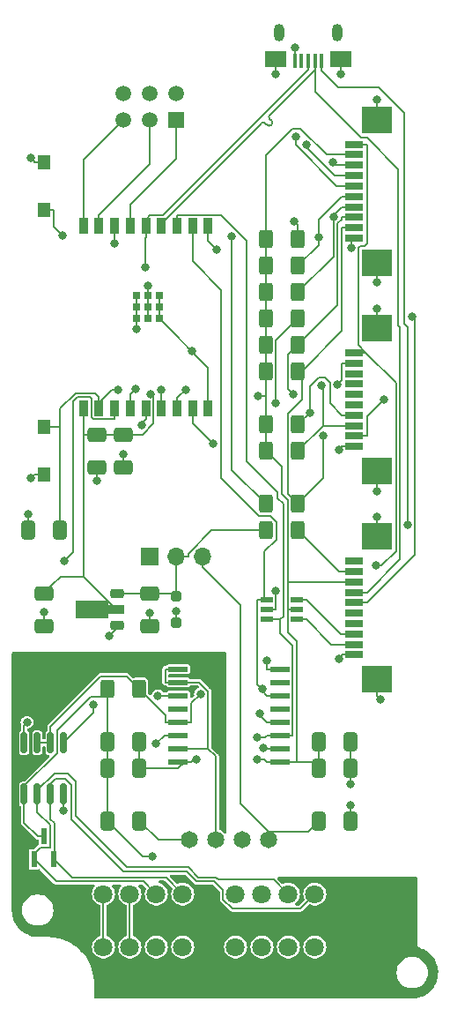
<source format=gbr>
%TF.GenerationSoftware,KiCad,Pcbnew,8.0.6-8.0.6-0~ubuntu24.04.1*%
%TF.CreationDate,2024-12-11T21:38:52+03:00*%
%TF.ProjectId,PM-ESPC3,504d2d45-5350-4433-932e-6b696361645f,rev?*%
%TF.SameCoordinates,Original*%
%TF.FileFunction,Copper,L1,Top*%
%TF.FilePolarity,Positive*%
%FSLAX46Y46*%
G04 Gerber Fmt 4.6, Leading zero omitted, Abs format (unit mm)*
G04 Created by KiCad (PCBNEW 8.0.6-8.0.6-0~ubuntu24.04.1) date 2024-12-11 21:38:52*
%MOMM*%
%LPD*%
G01*
G04 APERTURE LIST*
G04 Aperture macros list*
%AMRoundRect*
0 Rectangle with rounded corners*
0 $1 Rounding radius*
0 $2 $3 $4 $5 $6 $7 $8 $9 X,Y pos of 4 corners*
0 Add a 4 corners polygon primitive as box body*
4,1,4,$2,$3,$4,$5,$6,$7,$8,$9,$2,$3,0*
0 Add four circle primitives for the rounded corners*
1,1,$1+$1,$2,$3*
1,1,$1+$1,$4,$5*
1,1,$1+$1,$6,$7*
1,1,$1+$1,$8,$9*
0 Add four rect primitives between the rounded corners*
20,1,$1+$1,$2,$3,$4,$5,0*
20,1,$1+$1,$4,$5,$6,$7,0*
20,1,$1+$1,$6,$7,$8,$9,0*
20,1,$1+$1,$8,$9,$2,$3,0*%
%AMFreePoly0*
4,1,9,3.862500,-0.866500,0.737500,-0.866500,0.737500,-0.450000,-0.737500,-0.450000,-0.737500,0.450000,0.737500,0.450000,0.737500,0.866500,3.862500,0.866500,3.862500,-0.866500,3.862500,-0.866500,$1*%
G04 Aperture macros list end*
%TA.AperFunction,SMDPad,CuDef*%
%ADD10RoundRect,0.250000X-0.400000X-0.625000X0.400000X-0.625000X0.400000X0.625000X-0.400000X0.625000X0*%
%TD*%
%TA.AperFunction,SMDPad,CuDef*%
%ADD11R,1.244600X1.346200*%
%TD*%
%TA.AperFunction,SMDPad,CuDef*%
%ADD12R,0.889000X1.498600*%
%TD*%
%TA.AperFunction,SMDPad,CuDef*%
%ADD13R,0.711200X0.711200*%
%TD*%
%TA.AperFunction,SMDPad,CuDef*%
%ADD14RoundRect,0.250000X-0.412500X-0.650000X0.412500X-0.650000X0.412500X0.650000X-0.412500X0.650000X0*%
%TD*%
%TA.AperFunction,ComponentPad*%
%ADD15R,1.500000X1.500000*%
%TD*%
%TA.AperFunction,ComponentPad*%
%ADD16C,1.500000*%
%TD*%
%TA.AperFunction,SMDPad,CuDef*%
%ADD17RoundRect,0.225000X0.425000X0.225000X-0.425000X0.225000X-0.425000X-0.225000X0.425000X-0.225000X0*%
%TD*%
%TA.AperFunction,SMDPad,CuDef*%
%ADD18FreePoly0,180.000000*%
%TD*%
%TA.AperFunction,SMDPad,CuDef*%
%ADD19R,0.406400X1.350000*%
%TD*%
%TA.AperFunction,SMDPad,CuDef*%
%ADD20R,2.108200X1.600200*%
%TD*%
%TA.AperFunction,ComponentPad*%
%ADD21O,1.000000X1.700000*%
%TD*%
%TA.AperFunction,SMDPad,CuDef*%
%ADD22R,0.609600X1.549400*%
%TD*%
%TA.AperFunction,SMDPad,CuDef*%
%ADD23RoundRect,0.250000X-0.650000X0.412500X-0.650000X-0.412500X0.650000X-0.412500X0.650000X0.412500X0*%
%TD*%
%TA.AperFunction,SMDPad,CuDef*%
%ADD24RoundRect,0.150000X-0.150000X0.825000X-0.150000X-0.825000X0.150000X-0.825000X0.150000X0.825000X0*%
%TD*%
%TA.AperFunction,SMDPad,CuDef*%
%ADD25R,1.803400X0.635000*%
%TD*%
%TA.AperFunction,SMDPad,CuDef*%
%ADD26R,2.997200X2.590800*%
%TD*%
%TA.AperFunction,SMDPad,CuDef*%
%ADD27RoundRect,0.250000X-0.250000X0.250000X-0.250000X-0.250000X0.250000X-0.250000X0.250000X0.250000X0*%
%TD*%
%TA.AperFunction,SMDPad,CuDef*%
%ADD28RoundRect,0.250000X0.400000X0.625000X-0.400000X0.625000X-0.400000X-0.625000X0.400000X-0.625000X0*%
%TD*%
%TA.AperFunction,SMDPad,CuDef*%
%ADD29RoundRect,0.250000X0.412500X0.650000X-0.412500X0.650000X-0.412500X-0.650000X0.412500X-0.650000X0*%
%TD*%
%TA.AperFunction,SMDPad,CuDef*%
%ADD30R,1.181100X0.558800*%
%TD*%
%TA.AperFunction,ComponentPad*%
%ADD31C,1.800000*%
%TD*%
%TA.AperFunction,ComponentPad*%
%ADD32C,1.650000*%
%TD*%
%TA.AperFunction,SMDPad,CuDef*%
%ADD33RoundRect,0.250000X0.650000X-0.412500X0.650000X0.412500X-0.650000X0.412500X-0.650000X-0.412500X0*%
%TD*%
%TA.AperFunction,SMDPad,CuDef*%
%ADD34R,1.854200X0.482600*%
%TD*%
%TA.AperFunction,ComponentPad*%
%ADD35R,1.700000X1.700000*%
%TD*%
%TA.AperFunction,ComponentPad*%
%ADD36O,1.700000X1.700000*%
%TD*%
%TA.AperFunction,ViaPad*%
%ADD37C,0.800000*%
%TD*%
%TA.AperFunction,Conductor*%
%ADD38C,0.200000*%
%TD*%
G04 APERTURE END LIST*
D10*
%TO.P,R9,1*%
%TO.N,+3.3V*%
X-4090000Y22860000D03*
%TO.P,R9,2*%
%TO.N,/CS0*%
X-990000Y22860000D03*
%TD*%
D11*
%TO.P,SW2,1,1*%
%TO.N,GND*%
X-25400000Y2794000D03*
%TO.P,SW2,2,2*%
%TO.N,/EN*%
X-25400000Y7366000D03*
%TD*%
D12*
%TO.P,U1,1,3V3*%
%TO.N,+3.3V*%
X-21609998Y9170000D03*
%TO.P,U1,2,EN*%
%TO.N,/EN*%
X-20109999Y9170000D03*
%TO.P,U1,3,IO4*%
%TO.N,/UART_RTS*%
X-18609999Y9170000D03*
%TO.P,U1,4,IO5*%
%TO.N,/SCL*%
X-17110000Y9170000D03*
%TO.P,U1,5,IO6*%
%TO.N,/SDA*%
X-15610000Y9170000D03*
%TO.P,U1,6,IO7*%
%TO.N,/INT*%
X-14110000Y9170000D03*
%TO.P,U1,7,IO8*%
%TO.N,/CS2*%
X-12609998Y9170000D03*
%TO.P,U1,8,IO9*%
%TO.N,/CS3*%
X-11109999Y9170000D03*
%TO.P,U1,9,GND*%
%TO.N,GND*%
X-9609999Y9170000D03*
%TO.P,U1,10,IO10*%
%TO.N,/CS0*%
X-9610002Y26670000D03*
%TO.P,U1,11,RXD_(IO20)*%
%TO.N,/UART_RX*%
X-11110001Y26670000D03*
%TO.P,U1,12,TXD_(IO21)*%
%TO.N,/UART_TX*%
X-12610001Y26670000D03*
%TO.P,U1,13,IO18_(USB_D-)*%
%TO.N,/USB_D-*%
X-14110000Y26670000D03*
%TO.P,U1,14,IO19_(USB_D+)*%
%TO.N,/USB_D+*%
X-15610000Y26670000D03*
%TO.P,U1,15,IO3*%
%TO.N,/SCK*%
X-17110000Y26670000D03*
%TO.P,U1,16,IO2*%
%TO.N,/CS1*%
X-18610002Y26670000D03*
%TO.P,U1,17,IO1*%
%TO.N,/MISO*%
X-20110001Y26670000D03*
%TO.P,U1,18,IO0*%
%TO.N,/MOSI*%
X-21610001Y26670000D03*
D13*
%TO.P,U1,EPAD,EPAD*%
%TO.N,GND*%
X-16510000Y17780000D03*
X-15410000Y17780000D03*
X-14310000Y17780000D03*
X-16510000Y18880000D03*
X-15410000Y18880000D03*
X-14310000Y18880000D03*
X-16510000Y19980000D03*
X-15410000Y19980000D03*
X-14310000Y19980000D03*
%TD*%
D14*
%TO.P,C9,1*%
%TO.N,+3.3V*%
X977500Y-22860000D03*
%TO.P,C9,2*%
%TO.N,GND*%
X4102500Y-22860000D03*
%TD*%
D15*
%TO.P,SW4,1*%
%TO.N,/SCK*%
X-12700000Y36830000D03*
D16*
%TO.P,SW4,2*%
%TO.N,/MISO*%
X-15240000Y36830000D03*
%TO.P,SW4,3*%
%TO.N,/MOSI*%
X-17780000Y36830000D03*
%TO.P,SW4,4*%
%TO.N,Net-(R6-Pad2)*%
X-12700000Y39370000D03*
%TO.P,SW4,5*%
X-15240000Y39370000D03*
%TO.P,SW4,6*%
X-17780000Y39370000D03*
%TD*%
D17*
%TO.P,U2,1,GND*%
%TO.N,GND*%
X-18370000Y-11660000D03*
D18*
%TO.P,U2,2,OUTPUT*%
%TO.N,+3.3V*%
X-18457500Y-10160000D03*
D17*
%TO.P,U2,3,INPUT*%
%TO.N,+5V*%
X-18370000Y-8660000D03*
%TD*%
D19*
%TO.P,J1,1,VBUS*%
%TO.N,Net-(J1-VBUS)*%
X1300000Y42527092D03*
%TO.P,J1,2,D-*%
%TO.N,/USB_D-*%
X650014Y42527092D03*
%TO.P,J1,3,D+*%
%TO.N,/USB_D+*%
X28Y42527092D03*
%TO.P,J1,4,ID*%
%TO.N,unconnected-(J1-ID-Pad4)*%
X-649958Y42527092D03*
D20*
%TO.P,J1,5,GND*%
%TO.N,GND*%
X3100027Y42652200D03*
D21*
X2825029Y45202208D03*
D19*
X-1299944Y42527092D03*
D21*
X-2824973Y45202208D03*
D20*
X-3099971Y42652200D03*
%TD*%
D10*
%TO.P,R11,1*%
%TO.N,+3.3V*%
X-4090000Y7620000D03*
%TO.P,R11,2*%
%TO.N,/SDA*%
X-990000Y7620000D03*
%TD*%
D22*
%TO.P,CR1,1,1*%
%TO.N,/A*%
X-26350001Y-34124900D03*
%TO.P,CR1,2,2*%
%TO.N,/B*%
X-24449999Y-34124900D03*
%TO.P,CR1,3,3*%
%TO.N,GND_ISO*%
X-25400000Y-31915100D03*
%TD*%
D23*
%TO.P,C4,1*%
%TO.N,+5V*%
X-15240000Y-8597500D03*
%TO.P,C4,2*%
%TO.N,GND*%
X-15240000Y-11722500D03*
%TD*%
D24*
%TO.P,U3,1,RO*%
%TO.N,/UART_RX_ISO*%
X-23495000Y-22925000D03*
%TO.P,U3,2,~{RE}*%
%TO.N,/UART_RTS_ISO*%
X-24765000Y-22925000D03*
%TO.P,U3,3,DE*%
X-26035000Y-22925000D03*
%TO.P,U3,4,DI*%
%TO.N,/UART_TX_ISO*%
X-27305000Y-22925000D03*
%TO.P,U3,5,GND*%
%TO.N,GND_ISO*%
X-27305000Y-27875000D03*
%TO.P,U3,6,A*%
%TO.N,/A*%
X-26035000Y-27875000D03*
%TO.P,U3,7,B*%
%TO.N,/B*%
X-24765000Y-27875000D03*
%TO.P,U3,8,VCC*%
%TO.N,+3.3V_ISO*%
X-23495000Y-27875000D03*
%TD*%
D14*
%TO.P,C6,1*%
%TO.N,+3.3V*%
X977500Y-25400000D03*
%TO.P,C6,2*%
%TO.N,GND*%
X4102500Y-25400000D03*
%TD*%
D25*
%TO.P,J8,1,Pin_1*%
%TO.N,GND*%
X4444000Y25500009D03*
%TO.P,J8,2,Pin_2*%
%TO.N,/CS3*%
X4444000Y26500007D03*
%TO.P,J8,3,Pin_3*%
%TO.N,/CS2*%
X4444000Y27500005D03*
%TO.P,J8,4,Pin_4*%
%TO.N,/CS1*%
X4444000Y28500003D03*
%TO.P,J8,5,Pin_5*%
%TO.N,/CS0*%
X4444000Y29500001D03*
%TO.P,J8,6,Pin_6*%
%TO.N,/SCK*%
X4444000Y30499999D03*
%TO.P,J8,7,Pin_7*%
%TO.N,/MISO*%
X4444000Y31499997D03*
%TO.P,J8,8,Pin_8*%
%TO.N,/MOSI*%
X4444000Y32499995D03*
%TO.P,J8,9,Pin_9*%
%TO.N,+3.3V*%
X4444000Y33499993D03*
%TO.P,J8,10,Pin_10*%
%TO.N,+5V*%
X4444000Y34499991D03*
D26*
%TO.P,J8,11,Pin_11*%
%TO.N,GND*%
X6614001Y23149998D03*
X6614001Y36850002D03*
%TD*%
D10*
%TO.P,R10,1*%
%TO.N,+3.3V*%
X-4090000Y5080000D03*
%TO.P,R10,2*%
%TO.N,/SCL*%
X-990000Y5080000D03*
%TD*%
D27*
%TO.P,D3,1,A1*%
%TO.N,+5V*%
X-12700000Y-8910000D03*
%TO.P,D3,2,A2*%
%TO.N,GND*%
X-12700000Y-11410000D03*
%TD*%
D28*
%TO.P,R5,1*%
%TO.N,/UART_RTS_ISO*%
X-16230000Y-17780000D03*
%TO.P,R5,2*%
%TO.N,GND_ISO*%
X-19330000Y-17780000D03*
%TD*%
%TO.P,R4,1*%
%TO.N,/CS3*%
X-990000Y0D03*
%TO.P,R4,2*%
%TO.N,Net-(R4-Pad2)*%
X-4090000Y0D03*
%TD*%
D23*
%TO.P,C3,1*%
%TO.N,+3.3V*%
X-17780000Y6642500D03*
%TO.P,C3,2*%
%TO.N,GND*%
X-17780000Y3517500D03*
%TD*%
D29*
%TO.P,C1,1*%
%TO.N,/EN*%
X-23837500Y-2540000D03*
%TO.P,C1,2*%
%TO.N,GND*%
X-26962500Y-2540000D03*
%TD*%
D30*
%TO.P,U5,1,1A*%
%TO.N,/UART_RX*%
X-4006850Y-9209999D03*
%TO.P,U5,2,GND*%
%TO.N,GND*%
X-4006850Y-10160000D03*
%TO.P,U5,3,2A*%
%TO.N,/UART_TX*%
X-4006850Y-11110001D03*
%TO.P,U5,4,2Y*%
%TO.N,Net-(J5-Pin_2)*%
X-1073150Y-11110001D03*
%TO.P,U5,5,VCC*%
%TO.N,+3.3V*%
X-1073150Y-10160000D03*
%TO.P,U5,6,1Y*%
%TO.N,Net-(J5-Pin_3)*%
X-1073150Y-9209999D03*
%TD*%
D29*
%TO.P,C8,1*%
%TO.N,+3.3V_ISO*%
X-16217500Y-25400000D03*
%TO.P,C8,2*%
%TO.N,GND_ISO*%
X-19342500Y-25400000D03*
%TD*%
D10*
%TO.P,R7,1*%
%TO.N,+5V*%
X-4090000Y-2540000D03*
%TO.P,R7,2*%
%TO.N,Net-(J5-Pin_9)*%
X-990000Y-2540000D03*
%TD*%
%TO.P,R6,1*%
%TO.N,+3.3V*%
X-4090000Y25400000D03*
%TO.P,R6,2*%
%TO.N,Net-(R6-Pad2)*%
X-990000Y25400000D03*
%TD*%
D14*
%TO.P,C11,1*%
%TO.N,Net-(J3-Pin_3)*%
X977500Y-30480000D03*
%TO.P,C11,2*%
%TO.N,GND*%
X4102500Y-30480000D03*
%TD*%
D31*
%TO.P,XG1,1,Pin_1*%
%TO.N,+5V_ISO*%
X-19685000Y-37465000D03*
X-19685000Y-42545000D03*
%TO.P,XG1,2,Pin_2*%
%TO.N,GND_ISO*%
X-17145000Y-37465000D03*
X-17145000Y-42545000D03*
%TO.P,XG1,3,Pin_3*%
%TO.N,/A*%
X-14605000Y-37465000D03*
%TO.P,XG1,4,Pin_4*%
%TO.N,/B*%
X-12065000Y-37465000D03*
%TO.P,XG1,5,Pin_5*%
%TO.N,PE*%
X-9525000Y-37465000D03*
X-9525000Y-42545000D03*
%TO.P,XG1,6,Pin_6*%
%TO.N,+5V_ISO*%
X-6985000Y-37465000D03*
X-6985000Y-42545000D03*
%TO.P,XG1,7,Pin_7*%
%TO.N,GND_ISO*%
X-4445000Y-37465000D03*
X-4445000Y-42545000D03*
%TO.P,XG1,8,Pin_8*%
%TO.N,/A*%
X-1905000Y-37465000D03*
%TO.P,XG1,9,Pin_9*%
%TO.N,/B*%
X635000Y-37465000D03*
%TO.P,XG1,10,Pin_10*%
%TO.N,PE*%
X3175000Y-37465000D03*
X3175000Y-42545000D03*
%TO.P,XG1,13*%
%TO.N,N/C*%
X-14605000Y-42545000D03*
%TO.P,XG1,14*%
X-12065000Y-42545000D03*
%TO.P,XG1,18*%
X-1905000Y-42545000D03*
%TO.P,XG1,19*%
X635000Y-42545000D03*
%TD*%
D25*
%TO.P,J5,1,Pin_1*%
%TO.N,GND*%
X4444000Y-14499991D03*
%TO.P,J5,2,Pin_2*%
%TO.N,Net-(J5-Pin_2)*%
X4444000Y-13499993D03*
%TO.P,J5,3,Pin_3*%
%TO.N,Net-(J5-Pin_3)*%
X4444000Y-12499995D03*
%TO.P,J5,4,Pin_4*%
%TO.N,unconnected-(J5-Pin_4-Pad4)*%
X4444000Y-11499997D03*
%TO.P,J5,5,Pin_5*%
%TO.N,unconnected-(J5-Pin_5-Pad5)*%
X4444000Y-10499999D03*
%TO.P,J5,6,Pin_6*%
%TO.N,/USB_D+*%
X4444000Y-9500001D03*
%TO.P,J5,7,Pin_7*%
%TO.N,/USB_D-*%
X4444000Y-8500003D03*
%TO.P,J5,8,Pin_8*%
%TO.N,+3.3V*%
X4444000Y-7500005D03*
%TO.P,J5,9,Pin_9*%
%TO.N,Net-(J5-Pin_9)*%
X4444000Y-6500007D03*
%TO.P,J5,10,Pin_10*%
%TO.N,unconnected-(J5-Pin_10-Pad10)*%
X4444000Y-5500009D03*
D26*
%TO.P,J5,11,Pin_11*%
%TO.N,GND*%
X6614001Y-16850002D03*
X6614001Y-3149998D03*
%TD*%
D10*
%TO.P,R2,1*%
%TO.N,+3.3V*%
X-4090000Y15240000D03*
%TO.P,R2,2*%
%TO.N,/CS2*%
X-990000Y15240000D03*
%TD*%
%TO.P,R3,1*%
%TO.N,+3.3V*%
X-4090000Y12700000D03*
%TO.P,R3,2*%
%TO.N,/CS3*%
X-990000Y12700000D03*
%TD*%
D11*
%TO.P,SW1,1,1*%
%TO.N,GND*%
X-25400000Y32766000D03*
%TO.P,SW1,2,2*%
%TO.N,Net-(R4-Pad2)*%
X-25400000Y28194000D03*
%TD*%
D25*
%TO.P,J2,1,Pin_1*%
%TO.N,GND*%
X4444000Y5500009D03*
%TO.P,J2,2,Pin_2*%
%TO.N,/INT*%
X4444000Y6500007D03*
%TO.P,J2,3,Pin_3*%
%TO.N,/SCL*%
X4444000Y7500005D03*
%TO.P,J2,4,Pin_4*%
%TO.N,/SDA*%
X4444000Y8500003D03*
%TO.P,J2,5,Pin_5*%
%TO.N,unconnected-(J2-Pin_5-Pad5)*%
X4444000Y9500001D03*
%TO.P,J2,6,Pin_6*%
%TO.N,unconnected-(J2-Pin_6-Pad6)*%
X4444000Y10499999D03*
%TO.P,J2,7,Pin_7*%
%TO.N,unconnected-(J2-Pin_7-Pad7)*%
X4444000Y11499997D03*
%TO.P,J2,8,Pin_8*%
%TO.N,unconnected-(J2-Pin_8-Pad8)*%
X4444000Y12499995D03*
%TO.P,J2,9,Pin_9*%
%TO.N,+3.3V*%
X4444000Y13499993D03*
%TO.P,J2,10,Pin_10*%
%TO.N,+5V*%
X4444000Y14499991D03*
D26*
%TO.P,J2,11,Pin_11*%
%TO.N,GND*%
X6614001Y3149998D03*
X6614001Y16850002D03*
%TD*%
D10*
%TO.P,R1,1*%
%TO.N,+3.3V*%
X-4090000Y17780000D03*
%TO.P,R1,2*%
%TO.N,/EN*%
X-990000Y17780000D03*
%TD*%
D29*
%TO.P,C10,1*%
%TO.N,+3.3V_ISO*%
X-16217500Y-22860000D03*
%TO.P,C10,2*%
%TO.N,GND_ISO*%
X-19342500Y-22860000D03*
%TD*%
D32*
%TO.P,PS1,1,GND*%
%TO.N,+5V_ISO*%
X-11430000Y-32280000D03*
%TO.P,PS1,2,VIN*%
%TO.N,GND_ISO*%
X-8890000Y-32280000D03*
%TO.P,PS1,3,0V*%
%TO.N,GND*%
X-6350000Y-32280000D03*
%TO.P,PS1,4,+VO*%
%TO.N,Net-(J3-Pin_3)*%
X-3810000Y-32280000D03*
%TD*%
D33*
%TO.P,C2,1*%
%TO.N,GND*%
X-20320000Y3517500D03*
%TO.P,C2,2*%
%TO.N,+3.3V*%
X-20320000Y6642500D03*
%TD*%
D23*
%TO.P,C5,1*%
%TO.N,+3.3V*%
X-25400000Y-8597500D03*
%TO.P,C5,2*%
%TO.N,GND*%
X-25400000Y-11722500D03*
%TD*%
D34*
%TO.P,U4,1,VDD*%
%TO.N,+3.3V*%
X-2743200Y-24765000D03*
%TO.P,U4,2,GNDA*%
%TO.N,GND*%
X-2743200Y-23495000D03*
%TO.P,U4,3,VI1*%
%TO.N,/UART_TX*%
X-2743200Y-22225000D03*
%TO.P,U4,4,VI2*%
%TO.N,/UART_RTS*%
X-2743200Y-20955000D03*
%TO.P,U4,5,VI3*%
%TO.N,unconnected-(U4-VI3-Pad5)*%
X-2743200Y-19685000D03*
%TO.P,U4,6,VO4*%
%TO.N,/UART_RX*%
X-2743200Y-18415000D03*
%TO.P,U4,7,NC*%
%TO.N,unconnected-(U4-NC-Pad7)*%
X-2743200Y-17145000D03*
%TO.P,U4,8,GNDA*%
%TO.N,GND*%
X-2743200Y-15875000D03*
%TO.P,U4,9,GNDB*%
%TO.N,GND_ISO*%
X-12496800Y-15875000D03*
%TO.P,U4,10,SEL*%
X-12496800Y-17145000D03*
%TO.P,U4,11,VI4*%
%TO.N,/UART_RX_ISO*%
X-12496800Y-18415000D03*
%TO.P,U4,12,VO3*%
%TO.N,unconnected-(U4-VO3-Pad12)*%
X-12496800Y-19685000D03*
%TO.P,U4,13,VO2*%
%TO.N,/UART_RTS_ISO*%
X-12496800Y-20955000D03*
%TO.P,U4,14,VO1*%
%TO.N,/UART_TX_ISO*%
X-12496800Y-22225000D03*
%TO.P,U4,15,GNDB*%
%TO.N,GND_ISO*%
X-12496800Y-23495000D03*
%TO.P,U4,16,VISO*%
%TO.N,+3.3V_ISO*%
X-12496800Y-24765000D03*
%TD*%
D10*
%TO.P,R8,1*%
%TO.N,+3.3V*%
X-4090000Y20320000D03*
%TO.P,R8,2*%
%TO.N,/CS1*%
X-990000Y20320000D03*
%TD*%
D29*
%TO.P,C7,1*%
%TO.N,+5V_ISO*%
X-16217500Y-30480000D03*
%TO.P,C7,2*%
%TO.N,GND_ISO*%
X-19342500Y-30480000D03*
%TD*%
D35*
%TO.P,J3,1,Pin_1*%
%TO.N,Net-(J1-VBUS)*%
X-15240000Y-5080000D03*
D36*
%TO.P,J3,2,Pin_2*%
%TO.N,+5V*%
X-12700000Y-5080000D03*
%TO.P,J3,3,Pin_3*%
%TO.N,Net-(J3-Pin_3)*%
X-10160000Y-5080000D03*
%TD*%
D37*
%TO.N,/EN*%
X-3131800Y9677500D03*
X-18304500Y10959700D03*
%TO.N,GND*%
X-11173600Y14643600D03*
X-26642400Y33186300D03*
X-3972000Y-15066000D03*
X4102500Y-26917000D03*
X3100000Y41239600D03*
X6614000Y1223100D03*
X-25400000Y-10428000D03*
X2934100Y5193500D03*
X6614000Y18765400D03*
X-15240000Y-10457000D03*
X-3100000Y41240400D03*
X-20320000Y2238900D03*
X-1299900Y43805900D03*
X6614000Y-1223100D03*
X-12700000Y-10286000D03*
X2925800Y-14909000D03*
X-26962500Y-996000D03*
X-16510000Y16806200D03*
X6614000Y38765700D03*
X6614000Y21234600D03*
X4102500Y-28977000D03*
X4111900Y24554400D03*
X-19166600Y-12690000D03*
X-3114500Y-8356000D03*
X-26646600Y2471400D03*
X-4273000Y-23405000D03*
X-17780000Y4789200D03*
X6962000Y-18759900D03*
X-15410000Y20961100D03*
%TO.N,Net-(R4-Pad2)*%
X-23618000Y25760500D03*
X-7331100Y25664300D03*
%TO.N,/SCL*%
X-16576900Y11012400D03*
X1274200Y11394700D03*
%TO.N,/SDA*%
X-15998500Y7581500D03*
X136000Y8754000D03*
%TO.N,/USB_D+*%
X-15635600Y22680600D03*
X10030700Y18000000D03*
%TO.N,+5V*%
X6557100Y-5932000D03*
%TO.N,+3.3V*%
X-4879900Y-24503000D03*
X-15173400Y10535300D03*
X-4810100Y10320000D03*
X2786600Y11443600D03*
%TO.N,/SCK*%
X-1202200Y35266600D03*
%TO.N,/CS0*%
X-8819500Y24430200D03*
X997500Y25551600D03*
%TO.N,/MOSI*%
X2343900Y32770700D03*
%TO.N,/MISO*%
X-151900Y34435400D03*
%TO.N,/CS1*%
X2437200Y27499200D03*
X-18605100Y24960400D03*
%TO.N,Net-(R6-Pad2)*%
X-1378700Y27138000D03*
%TO.N,/UART_RX*%
X-4414300Y-17796000D03*
%TO.N,/UART_TX*%
X-4879900Y-22410000D03*
%TO.N,/INT*%
X7273200Y10000000D03*
X-14097400Y10961300D03*
%TO.N,/CS2*%
X-11802700Y10954100D03*
X-1401400Y10472700D03*
%TO.N,/CS3*%
X-9176000Y5740800D03*
X1445900Y6500000D03*
%TO.N,+3.3V_ISO*%
X-10738800Y-24503000D03*
X-23573600Y-29461000D03*
%TO.N,GND_ISO*%
X-15002200Y-33896000D03*
%TO.N,/UART_RX_ISO*%
X-14438900Y-18409000D03*
X-20616900Y-19273000D03*
%TO.N,/UART_TX_ISO*%
X-27035800Y-20975000D03*
X-14640200Y-23053000D03*
%TO.N,/UART_RTS_ISO*%
X-10367900Y-18249000D03*
%TO.N,/UART_RTS*%
X-4642400Y-20108000D03*
X-23445800Y-5454000D03*
%TO.N,Net-(J1-VBUS)*%
X9557400Y-2000000D03*
%TD*%
D38*
%TO.N,/EN*%
X-990000Y17780000D02*
X-3131800Y15638200D01*
X-20110000Y9695500D02*
X-20110000Y10221000D01*
X-20110000Y9695500D02*
X-18845800Y10959700D01*
X-18845800Y10959700D02*
X-18304500Y10959700D01*
X-22354100Y10622700D02*
X-23837500Y9139300D01*
X-23837500Y9139300D02*
X-23837500Y7366000D01*
X-23837500Y7366000D02*
X-23837500Y-2540000D01*
X-20110000Y9170000D02*
X-20110000Y9695500D01*
X-20110000Y10221000D02*
X-20511700Y10622700D01*
X-23837500Y7366000D02*
X-25400000Y7366000D01*
X-20511700Y10622700D02*
X-22354100Y10622700D01*
X-3131800Y15638200D02*
X-3131800Y9677500D01*
%TO.N,GND*%
X-16510000Y17780000D02*
X-16510000Y16806200D01*
X-4006800Y-10160000D02*
X-3114500Y-10160000D01*
X-2743200Y-15875000D02*
X-3972000Y-15875000D01*
X4102500Y-22860000D02*
X4102500Y-25400000D01*
X-26324000Y32867900D02*
X-26324000Y32766000D01*
X-14310000Y17780000D02*
X-14310000Y18880000D01*
X6614000Y23150000D02*
X6614000Y21234600D01*
X-26324000Y2794000D02*
X-25400000Y2794000D01*
X-15240000Y-11722000D02*
X-15240000Y-10457000D01*
X4102500Y-30480000D02*
X4102500Y-28977000D01*
X-20320000Y3517500D02*
X-20320000Y2238900D01*
X-26646600Y2471400D02*
X-26324000Y2794000D01*
X4444000Y-14500000D02*
X3240600Y-14500000D01*
X4444000Y25500000D02*
X4111900Y25167900D01*
X3240600Y-14500000D02*
X3240600Y-14594000D01*
X4102500Y-25400000D02*
X4102500Y-26917000D01*
X6962000Y-18759900D02*
X6649200Y-18447100D01*
X3240600Y5500000D02*
X2934100Y5193500D01*
X-9609999Y13079999D02*
X-14310000Y17780000D01*
X-3972000Y-15875000D02*
X-3972000Y-15066000D01*
X-25400000Y-11722000D02*
X-25400000Y-11722500D01*
X-16510000Y18880000D02*
X-16510000Y19980000D01*
X-3972000Y-23495000D02*
X-2743200Y-23495000D01*
X-15410000Y17780000D02*
X-15410000Y18880000D01*
X-15240000Y-11722000D02*
X-15240000Y-11722500D01*
X6614000Y-16850000D02*
X6614000Y-18447100D01*
X-9609999Y9170000D02*
X-9609999Y13079999D01*
X-4273000Y-23405000D02*
X-4062000Y-23405000D01*
X-26324000Y32766000D02*
X-25400000Y32766000D01*
X-1299900Y43805900D02*
X-1299900Y42527100D01*
X6614000Y38765700D02*
X6614000Y36850000D01*
X-26962500Y-996000D02*
X-26962500Y-2540000D01*
X-4062000Y-23405000D02*
X-3972000Y-23495000D01*
X-26642400Y33186300D02*
X-26324000Y32867900D01*
X-18370000Y-11894000D02*
X-18370000Y-11660000D01*
X-16510000Y17780000D02*
X-16510000Y18880000D01*
X-3114500Y-10160000D02*
X-3114500Y-8356000D01*
X4111900Y25167900D02*
X4111900Y24554400D01*
X4444000Y5500000D02*
X3240600Y5500000D01*
X-19166600Y-12690000D02*
X-18370000Y-11894000D01*
X-3100000Y41240400D02*
X-3100000Y42652200D01*
X3240600Y-14594000D02*
X2925800Y-14909000D01*
X3100000Y42652200D02*
X3100000Y41239600D01*
X-15410000Y18880000D02*
X-15410000Y19980000D01*
X6614000Y16850000D02*
X6614000Y18765400D01*
X-25400000Y-10428000D02*
X-25400000Y-11722000D01*
X6614000Y1223100D02*
X6614000Y3150000D01*
X-14310000Y18880000D02*
X-14310000Y19980000D01*
X6614000Y-1223100D02*
X6614000Y-3150000D01*
X-12700000Y-11410000D02*
X-12700000Y-10286000D01*
X-15410000Y20961100D02*
X-15410000Y19980000D01*
X-17780000Y3517500D02*
X-17780000Y4789200D01*
X6649200Y-18447100D02*
X6614000Y-18447100D01*
%TO.N,Net-(R4-Pad2)*%
X-24476000Y26618500D02*
X-23618000Y25760500D01*
X-7331100Y3241100D02*
X-7331100Y25664300D01*
X-24476000Y28194000D02*
X-24476000Y26618500D01*
X-4090000Y0D02*
X-7331100Y3241100D01*
X-25400000Y28194000D02*
X-24476000Y28194000D01*
%TO.N,/SCL*%
X-16576900Y11012400D02*
X-17110000Y10479300D01*
X-17110000Y10479300D02*
X-17110000Y9170000D01*
X1430000Y7500000D02*
X1430000Y11238900D01*
X1430000Y11238900D02*
X1274200Y11394700D01*
X1430000Y7500000D02*
X-990000Y5080000D01*
X4444000Y7500000D02*
X1430000Y7500000D01*
%TO.N,/SDA*%
X-15610000Y8119000D02*
X-15998500Y7730500D01*
X-15998500Y7730500D02*
X-15998500Y7581500D01*
X1584000Y12135500D02*
X2084900Y11634600D01*
X-15610000Y9170000D02*
X-15610000Y8119000D01*
X136000Y8754000D02*
X136000Y11251100D01*
X-990000Y7620000D02*
X136000Y8746000D01*
X1020400Y12135500D02*
X1584000Y12135500D01*
X2084900Y9655700D02*
X3240600Y8500000D01*
X136000Y11251100D02*
X1020400Y12135500D01*
X136000Y8746000D02*
X136000Y8754000D01*
X2084900Y11634600D02*
X2084900Y9655700D01*
X3240600Y8500000D02*
X4444000Y8500000D01*
%TO.N,/USB_D+*%
X5647400Y-9500000D02*
X10259100Y-4888000D01*
X-13932742Y27719300D02*
X-15206700Y27719300D01*
X0Y42527000D02*
X0Y42527100D01*
X-15635600Y22680600D02*
X-15635600Y25593400D01*
X-15610000Y25619000D02*
X-15610000Y26670000D01*
X-15610000Y27316000D02*
X-15610000Y26670000D01*
X-15635600Y25593400D02*
X-15610000Y25619000D01*
X10259100Y17771600D02*
X10030700Y18000000D01*
X0Y41652042D02*
X-13932742Y27719300D01*
X10259100Y-4888000D02*
X10259100Y17771600D01*
X-15206700Y27719300D02*
X-15610000Y27316000D01*
X0Y42527042D02*
X0Y41652042D01*
X4444000Y-9500000D02*
X5647400Y-9500000D01*
%TO.N,/USB_D-*%
X650000Y39553500D02*
X5084300Y35119200D01*
X-7736729Y33265327D02*
X-14110000Y26892056D01*
X5647400Y-8500000D02*
X4444000Y-8500000D01*
X650000Y42527000D02*
X650000Y42527100D01*
X-7556440Y33445616D02*
X-7736729Y33265327D01*
X8831200Y16931800D02*
X8831200Y-5316000D01*
X650000Y41652000D02*
X650000Y39553500D01*
X649986Y42527042D02*
X649986Y41652042D01*
X-3503255Y36421084D02*
X-3588107Y36336231D01*
X5635300Y35119200D02*
X8664800Y32089700D01*
X-3927519Y36336230D02*
X-4126965Y36535676D01*
X8664800Y32089700D02*
X8664800Y17098200D01*
X-4551230Y36450825D02*
X-7556440Y33445616D01*
X649986Y41652042D02*
X-3702701Y37299355D01*
X5084300Y35119200D02*
X5635300Y35119200D01*
X-3702701Y36959943D02*
X-3503254Y36760496D01*
X-14110000Y26892056D02*
X-14110000Y26670000D01*
X8664800Y17098200D02*
X8831200Y16931800D01*
X8831200Y-5316000D02*
X5647400Y-8500000D01*
X-4466375Y36535677D02*
X-4551230Y36450825D01*
X-4126965Y36535676D02*
G75*
G03*
X-4466405Y36535707I-169735J-169676D01*
G01*
X-3702701Y37299355D02*
G75*
G03*
X-3702750Y36959894I169701J-169755D01*
G01*
X-3503254Y36760496D02*
G75*
G02*
X-3503264Y36421093I-169746J-169696D01*
G01*
X-3588107Y36336231D02*
G75*
G02*
X-3927505Y36336243I-169693J169669D01*
G01*
%TO.N,+5V*%
X-12700000Y-8598000D02*
X-12700000Y-8910000D01*
X8429500Y-4565000D02*
X7061800Y-5932000D01*
X-15239700Y-8598000D02*
X-15240000Y-8598000D01*
X5647400Y34500000D02*
X4444000Y34500000D01*
X-9276800Y-2540000D02*
X-11548300Y-4812000D01*
X-12700000Y-8598000D02*
X-15239500Y-8598000D01*
X5647400Y24997700D02*
X5647400Y34500000D01*
X-11548300Y-4812000D02*
X-11548300Y-5080000D01*
X5547400Y14500000D02*
X8429500Y11617900D01*
X5396800Y24747100D02*
X5647400Y24997700D01*
X-15239700Y-8598000D02*
X-15240000Y-8598000D01*
X4990400Y24747100D02*
X5396800Y24747100D01*
X7061800Y-5932000D02*
X6557100Y-5932000D01*
X-15239500Y-8598000D02*
X-15239700Y-8598000D01*
X-4090000Y-2540000D02*
X-9276800Y-2540000D01*
X-15240000Y-8598000D02*
X-18307500Y-8598000D01*
X-15239700Y-8598000D02*
X-15240000Y-8597700D01*
X-12700000Y-5080000D02*
X-12700000Y-8598000D01*
X-15239500Y-8598000D02*
X-15239700Y-8598000D01*
X-11548300Y-5080000D02*
X-12700000Y-5080000D01*
X8429500Y11617900D02*
X8429500Y-4565000D01*
X4813700Y24570400D02*
X4990400Y24747100D01*
X-15240000Y-8597700D02*
X-15240000Y-8597500D01*
X4813700Y15233700D02*
X4813700Y24570400D01*
X-18307500Y-8598000D02*
X-18370000Y-8660000D01*
X4444000Y14500000D02*
X5547400Y14500000D01*
X5547400Y14500000D02*
X4813700Y15233700D01*
%TO.N,+3.3V*%
X-4090000Y17780000D02*
X-4090000Y15240000D01*
X-1965300Y335800D02*
X-1965300Y-7500000D01*
X-4090000Y5080000D02*
X-2539800Y3529800D01*
X-4879900Y-24503000D02*
X-4233900Y-24503000D01*
X-25400000Y-8597500D02*
X-25399800Y-8597700D01*
X-1483400Y36020400D02*
X-4090000Y33413800D01*
X3240600Y13500000D02*
X3240600Y11897600D01*
X-1965300Y-7500000D02*
X-1965300Y-10158000D01*
X-14863800Y7723900D02*
X-14863800Y10225700D01*
X-4090000Y12700000D02*
X-4090000Y10320000D01*
X-1965300Y-12335000D02*
X-1084200Y-13216000D01*
X-20320000Y6642500D02*
X-21610000Y6642500D01*
X-2539800Y910300D02*
X-1965300Y335800D01*
X4444000Y33500000D02*
X1793300Y33500000D01*
X-18457500Y-10160000D02*
X-21610000Y-7008000D01*
X-25400000Y-8598000D02*
X-24605000Y-7803000D01*
X-21610000Y6642500D02*
X-21610000Y9170000D01*
X-24605500Y-7803000D02*
X-25399800Y-8597700D01*
X-1073100Y-10160000D02*
X-1963800Y-10160000D01*
X-23810000Y-7008000D02*
X-24605000Y-7803000D01*
X-17780000Y6642500D02*
X-15945200Y6642500D01*
X-2743200Y-24765000D02*
X-1084200Y-24765000D01*
X-14863800Y10225700D02*
X-15173400Y10535300D01*
X-1963800Y-10160000D02*
X-1965300Y-10160000D01*
X-1965300Y-7500000D02*
X4444000Y-7500000D01*
X-21610000Y-7008000D02*
X-21610000Y6642500D01*
X1793300Y33500000D02*
X-727100Y36020400D01*
X-1084200Y-24765000D02*
X342500Y-24765000D01*
X-1965300Y-10160000D02*
X-1965300Y-12335000D01*
X977500Y-25400000D02*
X977500Y-22860000D01*
X-4090000Y25400000D02*
X-4090000Y22860000D01*
X-15945200Y6642500D02*
X-14863800Y7723900D01*
X-25399800Y-8597700D02*
X-25400000Y-8598000D01*
X-4233900Y-24503000D02*
X-3972000Y-24765000D01*
X-4090000Y10320000D02*
X-4090000Y7620000D01*
X-20320000Y6642500D02*
X-17780000Y6642500D01*
X-24605000Y-7803000D02*
X-24605500Y-7803000D01*
X-4090000Y33413800D02*
X-4090000Y25400000D01*
X-3972000Y-24765000D02*
X-2743200Y-24765000D01*
X-4090000Y15240000D02*
X-4090000Y12700000D01*
X-4090000Y10320000D02*
X-4810100Y10320000D01*
X4444000Y13500000D02*
X3240600Y13500000D01*
X342500Y-24765000D02*
X977500Y-25400000D01*
X-4090000Y17780000D02*
X-4090000Y20320000D01*
X-727100Y36020400D02*
X-1483400Y36020400D01*
X3240600Y11897600D02*
X2786600Y11443600D01*
X-4090000Y7620000D02*
X-4090000Y5080000D01*
X-21610000Y-7008000D02*
X-23810000Y-7008000D01*
X-1965300Y-10158000D02*
X-1963800Y-10160000D01*
X-4090000Y20320000D02*
X-4090000Y22860000D01*
X-1084200Y-13216000D02*
X-1084200Y-24765000D01*
X-2539800Y3529800D02*
X-2539800Y910300D01*
%TO.N,/SCK*%
X2740800Y30500000D02*
X-1202200Y34443000D01*
X-17110000Y28701200D02*
X-17110000Y26670000D01*
X-12700000Y33111200D02*
X-17110000Y28701200D01*
X4444000Y30500000D02*
X2740800Y30500000D01*
X-1202200Y34443000D02*
X-1202200Y35266600D01*
X-12700000Y36830000D02*
X-12700000Y33111200D01*
%TO.N,/CS0*%
X997500Y25551600D02*
X997500Y27256900D01*
X-8819500Y24430200D02*
X-9610000Y25220700D01*
X-990000Y22860000D02*
X997500Y24847500D01*
X997500Y24847500D02*
X997500Y25551600D01*
X3240600Y29500000D02*
X4444000Y29500000D01*
X997500Y27256900D02*
X3240600Y29500000D01*
X-9610000Y25220700D02*
X-9610000Y26670000D01*
%TO.N,/MOSI*%
X4444000Y32500000D02*
X2614600Y32500000D01*
X-21610000Y26670000D02*
X-21610000Y33000000D01*
X-21610000Y33000000D02*
X-17780000Y36830000D01*
X2614600Y32500000D02*
X2343900Y32770700D01*
%TO.N,/MISO*%
X-15240000Y32591000D02*
X-15240000Y36830000D01*
X-20110000Y26670000D02*
X-20110000Y27721000D01*
X4444000Y31500000D02*
X2564600Y31500000D01*
X2564600Y31500000D02*
X-151900Y34216500D01*
X-20110000Y27721000D02*
X-15240000Y32591000D01*
X-151900Y34216500D02*
X-151900Y34435400D01*
%TO.N,/CS1*%
X2437200Y27499200D02*
X2437200Y23747200D01*
X-18610000Y26670000D02*
X-18610000Y24965300D01*
X2437200Y23747200D02*
X-990000Y20320000D01*
X4444000Y28500000D02*
X3240600Y28500000D01*
X3240600Y28500000D02*
X2437200Y27696600D01*
X2437200Y27696600D02*
X2437200Y27499200D01*
X-18610000Y24965300D02*
X-18605100Y24960400D01*
%TO.N,Net-(J3-Pin_3)*%
X-3810000Y-31472000D02*
X-15000Y-31472000D01*
X-6521000Y-28762000D02*
X-3810000Y-31472000D01*
X-3810000Y-31472000D02*
X-3810000Y-32280000D01*
X-6521000Y-9704000D02*
X-6521000Y-28762000D01*
X-10160000Y-5080000D02*
X-10160000Y-6065000D01*
X-15000Y-31472000D02*
X977500Y-30480000D01*
X-10160000Y-6065000D02*
X-6521000Y-9704000D01*
%TO.N,Net-(R6-Pad2)*%
X-990000Y26749300D02*
X-990000Y25400000D01*
X-1378700Y27138000D02*
X-990000Y26749300D01*
%TO.N,Net-(J5-Pin_2)*%
X2209200Y-13500000D02*
X4444000Y-13500000D01*
X-180800Y-11110000D02*
X2209200Y-13500000D01*
X-1073100Y-11110000D02*
X-180800Y-11110000D01*
%TO.N,/UART_RX*%
X-3072200Y-3449000D02*
X-3072200Y-1740000D01*
X-4414300Y-17973000D02*
X-4414300Y-17796000D01*
X-4414300Y-17796000D02*
X-4899000Y-17311000D01*
X-4700400Y-1197000D02*
X-8344100Y2446300D01*
X-4215300Y-9210000D02*
X-4215300Y-4592000D01*
X-4899000Y-17311000D02*
X-4899000Y-9210000D01*
X-4899000Y-9210000D02*
X-4215300Y-9210000D01*
X-8344100Y2446300D02*
X-8344100Y20498100D01*
X-3614600Y-1197000D02*
X-4700400Y-1197000D01*
X-2743200Y-18415000D02*
X-3972000Y-18415000D01*
X-8344100Y20498100D02*
X-11110000Y23264000D01*
X-3072200Y-1740000D02*
X-3614600Y-1197000D01*
X-4006800Y-9210000D02*
X-4215300Y-9210000D01*
X-3972000Y-18415000D02*
X-4414300Y-17973000D01*
X-11110000Y23264000D02*
X-11110000Y26670000D01*
X-4215300Y-4592000D02*
X-3072200Y-3449000D01*
%TO.N,/UART_TX*%
X-2398500Y-10832000D02*
X-2676100Y-11110000D01*
X-12610000Y27721000D02*
X-8371300Y27721000D01*
X-5883100Y4053600D02*
X-2941500Y1112000D01*
X-2743200Y-22225000D02*
X-3972000Y-22225000D01*
X-8371300Y27721000D02*
X-5883100Y25232800D01*
X-2941500Y544000D02*
X-2398500Y1000D01*
X-1514400Y-13636000D02*
X-2676100Y-12475000D01*
X-4157100Y-22410000D02*
X-4879900Y-22410000D01*
X-2743200Y-22225000D02*
X-1514400Y-22225000D01*
X-12610000Y26670000D02*
X-12610000Y27721000D01*
X-4006800Y-11110000D02*
X-2676100Y-11110000D01*
X-5883100Y25232800D02*
X-5883100Y4053600D01*
X-1514400Y-22225000D02*
X-1514400Y-13636000D01*
X-2676100Y-12475000D02*
X-2676100Y-11110000D01*
X-3972000Y-22225000D02*
X-4157100Y-22410000D01*
X-2941500Y1112000D02*
X-2941500Y544000D01*
X-2398500Y1000D02*
X-2398500Y-10832000D01*
%TO.N,/B*%
X-24395200Y-34070101D02*
X-24395200Y-30674715D01*
X-22752000Y-30334000D02*
X-17780000Y-35306000D01*
X-24449999Y-34124900D02*
X-24395200Y-34070101D01*
X-13665000Y-35865000D02*
X-22709899Y-35865000D01*
X-24422600Y-34098000D02*
X-24450000Y-34125000D01*
X-24765000Y-27875000D02*
X-24765000Y-26900001D01*
X-762000Y-38862000D02*
X635000Y-37465000D01*
X-17780000Y-35306000D02*
X-11684000Y-35306000D01*
X-24450000Y-34125000D02*
X-24449500Y-34125000D01*
X-22709899Y-35865000D02*
X-24449999Y-34124900D01*
X-8185000Y-37107943D02*
X-8185000Y-37962057D01*
X-11684000Y-35306000D02*
X-10725000Y-36265000D01*
X-10725000Y-36265000D02*
X-9027943Y-36265000D01*
X-7285057Y-38862000D02*
X-762000Y-38862000D01*
X-24765000Y-30304915D02*
X-24765000Y-27875000D01*
X-24765000Y-26900001D02*
X-24280999Y-26416000D01*
X-24450000Y-34124900D02*
X-24449500Y-34124900D01*
X-24449500Y-34124900D02*
X-24449500Y-34125000D01*
X-24280999Y-26416000D02*
X-23338448Y-26416000D01*
X-8185000Y-37962057D02*
X-7285057Y-38862000D01*
X-24395200Y-30674715D02*
X-24765000Y-30304915D01*
X-22752000Y-27002448D02*
X-22752000Y-30334000D01*
X-12065000Y-37465000D02*
X-13665000Y-35865000D01*
X-23338448Y-26416000D02*
X-22752000Y-27002448D01*
X-9027943Y-36265000D02*
X-8185000Y-37107943D01*
X-24449500Y-34125000D02*
X-24422600Y-34098000D01*
%TO.N,/A*%
X-10559314Y-35865000D02*
X-8862258Y-35865000D01*
X-22352000Y-29972000D02*
X-17418000Y-34906000D01*
X-24795200Y-30840400D02*
X-26035000Y-29600600D01*
X-14605000Y-37465000D02*
X-15805000Y-36265000D01*
X-3302000Y-36068000D02*
X-1905000Y-37465000D01*
X-23099224Y-25908000D02*
X-22352000Y-26655224D01*
X-22352000Y-26655224D02*
X-22352000Y-29972000D01*
X-24413552Y-25908000D02*
X-23099224Y-25908000D01*
X-8862258Y-35865000D02*
X-8659258Y-36068000D01*
X-26035000Y-27875000D02*
X-26035000Y-27529448D01*
X-26035000Y-29600600D02*
X-26035000Y-27875000D01*
X-24795200Y-32989800D02*
X-24795200Y-30840400D01*
X-15805000Y-36265000D02*
X-24209901Y-36265000D01*
X-17418000Y-34906000D02*
X-11518314Y-34906000D01*
X-8659258Y-36068000D02*
X-3302000Y-36068000D01*
X-11518314Y-34906000D02*
X-10559314Y-35865000D01*
X-24209901Y-36265000D02*
X-26350001Y-34124900D01*
X-25745802Y-32989800D02*
X-24795200Y-32989800D01*
X-26350001Y-34124900D02*
X-26350001Y-33593999D01*
X-26350001Y-33593999D02*
X-25745802Y-32989800D01*
X-26035000Y-27529448D02*
X-24413552Y-25908000D01*
%TO.N,/INT*%
X5647400Y8374200D02*
X7273200Y10000000D01*
X4444000Y6500000D02*
X5647400Y6500000D01*
X-14110000Y10948700D02*
X-14097400Y10961300D01*
X5647400Y6500000D02*
X5647400Y8374200D01*
X-14110000Y9170000D02*
X-14110000Y10948700D01*
%TO.N,/CS2*%
X-12535800Y10221000D02*
X-12610000Y10221000D01*
X4444000Y27500000D02*
X3240600Y27500000D01*
X3240600Y27310300D02*
X2838900Y26908600D01*
X2838900Y26908600D02*
X2838900Y19068900D01*
X-1945000Y14285000D02*
X-1945000Y11016300D01*
X3240600Y27500000D02*
X3240600Y27310300D01*
X-1945000Y11016300D02*
X-1401400Y10472700D01*
X2838900Y19068900D02*
X-990000Y15240000D01*
X-11802700Y10954100D02*
X-12535800Y10221000D01*
X-990000Y15240000D02*
X-1945000Y14285000D01*
X-12610000Y10221000D02*
X-12610000Y9170000D01*
%TO.N,/CS3*%
X-625500Y9973300D02*
X-1945200Y8653600D01*
X1445900Y2435900D02*
X1445900Y6500000D01*
X3240600Y16566100D02*
X-625500Y12700000D01*
X-625500Y12700000D02*
X-625500Y9973300D01*
X-1945200Y8653600D02*
X-1945200Y955200D01*
X-9176000Y5740800D02*
X-11110000Y7674800D01*
X-990000Y0D02*
X1445900Y2435900D01*
X-1945200Y955200D02*
X-990000Y0D01*
X4444000Y26500000D02*
X3240600Y26500000D01*
X-11110000Y7674800D02*
X-11110000Y9170000D01*
X-625500Y12700000D02*
X-990000Y12700000D01*
X3240600Y26500000D02*
X3240600Y16566100D01*
%TO.N,+3.3V_ISO*%
X-23495000Y-29383000D02*
X-23495000Y-27875000D01*
X-10738800Y-24503000D02*
X-11006100Y-24503000D01*
X-12496800Y-24765000D02*
X-11882400Y-24765000D01*
X-16217500Y-22860000D02*
X-16217500Y-25400000D01*
X-11006100Y-24503000D02*
X-11268000Y-24765000D01*
X-11268000Y-24765000D02*
X-11882400Y-24765000D01*
X-23573600Y-29461000D02*
X-23495000Y-29383000D01*
X-11882400Y-24765000D02*
X-12517400Y-25400000D01*
X-12517400Y-25400000D02*
X-16217500Y-25400000D01*
%TO.N,Net-(J5-Pin_3)*%
X-1073100Y-9210000D02*
X-180800Y-9210000D01*
X3109200Y-12500000D02*
X4444000Y-12500000D01*
X-180800Y-9210000D02*
X3109200Y-12500000D01*
%TO.N,GND_ISO*%
X-12496800Y-15875000D02*
X-13725600Y-15875000D01*
X-27305000Y-30617000D02*
X-26006500Y-31915000D01*
X-19342500Y-17792000D02*
X-19330000Y-17780000D01*
X-9617600Y-23495000D02*
X-9617600Y-17990000D01*
X-19342500Y-22860000D02*
X-19342500Y-18520000D01*
X-25400100Y-31915000D02*
X-25400000Y-31915100D01*
X-9617600Y-17990000D02*
X-10463100Y-17145000D01*
X-10463100Y-17145000D02*
X-12496800Y-17145000D01*
X-15926300Y-33896000D02*
X-19342500Y-30480000D01*
X-27305000Y-27116000D02*
X-27305000Y-27875000D01*
X-26006500Y-31915000D02*
X-25400100Y-31915000D01*
X-13725600Y-17145000D02*
X-12496800Y-17145000D01*
X-24130000Y-21713000D02*
X-24130000Y-23941000D01*
X-24130000Y-23941000D02*
X-27305000Y-27116000D01*
X-15002200Y-33896000D02*
X-15926300Y-33896000D01*
X-19342500Y-18520000D02*
X-20936300Y-18520000D01*
X-19342500Y-25400000D02*
X-19342500Y-22860000D01*
X-9617600Y-23495000D02*
X-8890000Y-24223000D01*
X-19342500Y-18520000D02*
X-19342500Y-17792000D01*
X-17145000Y-42545000D02*
X-17145000Y-37465000D01*
X-8890000Y-24223000D02*
X-8890000Y-32280000D01*
X-12496800Y-23495000D02*
X-9617600Y-23495000D01*
X-20936300Y-18520000D02*
X-24130000Y-21713000D01*
X-19342500Y-30480000D02*
X-19342500Y-25400000D01*
X-13725600Y-15875000D02*
X-13725600Y-17145000D01*
X-27305000Y-27875000D02*
X-27305000Y-30617000D01*
%TO.N,/UART_RX_ISO*%
X-12496800Y-18415000D02*
X-13725600Y-18415000D01*
X-20616900Y-20047000D02*
X-20616900Y-19273000D01*
X-13731900Y-18409000D02*
X-14438900Y-18409000D01*
X-23495000Y-22925000D02*
X-20616900Y-20047000D01*
X-13725600Y-18415000D02*
X-13731900Y-18409000D01*
%TO.N,/UART_TX_ISO*%
X-27035800Y-20975000D02*
X-27305000Y-21244000D01*
X-13812100Y-22225000D02*
X-12496800Y-22225000D01*
X-27305000Y-21244000D02*
X-27305000Y-22925000D01*
X-14640200Y-23053000D02*
X-13812100Y-22225000D01*
%TO.N,+5V_ISO*%
X-19685000Y-42545000D02*
X-19685000Y-37465000D01*
X-11430000Y-32280000D02*
X-14417500Y-32280000D01*
X-14417500Y-32280000D02*
X-16217500Y-30480000D01*
%TO.N,Net-(J5-Pin_9)*%
X-990000Y-2540000D02*
X2970000Y-6500000D01*
X2970000Y-6500000D02*
X4444000Y-6500000D01*
%TO.N,/UART_RTS_ISO*%
X-12496800Y-20955000D02*
X-11268000Y-20955000D01*
X-13725600Y-20284000D02*
X-16230000Y-17780000D01*
X-17452300Y-16558000D02*
X-16230000Y-17780000D01*
X-24765000Y-22925000D02*
X-24765000Y-21368000D01*
X-26035000Y-22925000D02*
X-24765000Y-22925000D01*
X-19954300Y-16558000D02*
X-17452300Y-16558000D01*
X-11268000Y-19150000D02*
X-10367900Y-18249000D01*
X-12496800Y-20955000D02*
X-13725600Y-20955000D01*
X-11268000Y-20955000D02*
X-11268000Y-19150000D01*
X-24765000Y-21368000D02*
X-19954300Y-16558000D01*
X-13725600Y-20955000D02*
X-13725600Y-20284000D01*
%TO.N,/UART_RTS*%
X-18610000Y9170000D02*
X-18610000Y8119000D01*
X-22596000Y-4604000D02*
X-23445800Y-5454000D01*
X-3972000Y-20955000D02*
X-4642400Y-20285000D01*
X-22187800Y10221000D02*
X-22596000Y9812800D01*
X-2743200Y-20955000D02*
X-3972000Y-20955000D01*
X-4642400Y-20285000D02*
X-4642400Y-20108000D01*
X-21026000Y10221000D02*
X-22187800Y10221000D01*
X-20860000Y8299500D02*
X-20860000Y10055000D01*
X-22596000Y9812800D02*
X-22596000Y-4604000D01*
X-18610000Y8119000D02*
X-20679500Y8119000D01*
X-20860000Y10055000D02*
X-21026000Y10221000D01*
X-20679500Y8119000D02*
X-20860000Y8299500D01*
%TO.N,Net-(J1-VBUS)*%
X9557400Y16973800D02*
X9557400Y-2000000D01*
X1300000Y41550400D02*
X2853700Y39996700D01*
X9231400Y17299800D02*
X9557400Y16973800D01*
X1300000Y42527100D02*
X1300000Y41550400D01*
X2853700Y39996700D02*
X6753900Y39996700D01*
X6753900Y39996700D02*
X9231400Y37519200D01*
X9231400Y37519200D02*
X9231400Y17299800D01*
%TD*%
%TA.AperFunction,Conductor*%
%TO.N,PE*%
G36*
X-7930961Y-14243685D02*
G01*
X-7885206Y-14296489D01*
X-7874000Y-14348000D01*
X-7874000Y-31554936D01*
X-7893685Y-31621975D01*
X-7946489Y-31667730D01*
X-8015647Y-31677674D01*
X-8079203Y-31648649D01*
X-8093853Y-31633601D01*
X-8161353Y-31551352D01*
X-8317505Y-31423203D01*
X-8317512Y-31423198D01*
X-8495657Y-31327977D01*
X-8501497Y-31326206D01*
X-8559935Y-31287908D01*
X-8588391Y-31224095D01*
X-8589500Y-31207546D01*
X-8589500Y-24222958D01*
X-8589497Y-24212397D01*
X-8589489Y-24183521D01*
X-8589491Y-24183515D01*
X-8589500Y-24183438D01*
X-8599783Y-24145064D01*
X-8599793Y-24145028D01*
X-8609947Y-24107089D01*
X-8609950Y-24107085D01*
X-8609950Y-24107082D01*
X-8609979Y-24107012D01*
X-8609979Y-24107011D01*
X-8629824Y-24072639D01*
X-8629816Y-24072634D01*
X-8629844Y-24072605D01*
X-8638854Y-24056989D01*
X-8649489Y-24038555D01*
X-8649492Y-24038552D01*
X-8649540Y-24038489D01*
X-8677371Y-24010658D01*
X-9280805Y-23406891D01*
X-9314273Y-23345559D01*
X-9317100Y-23319234D01*
X-9317100Y-18037823D01*
X-9317086Y-18037598D01*
X-9317100Y-17989912D01*
X-9317100Y-17950440D01*
X-9317112Y-17950352D01*
X-9317112Y-17950349D01*
X-9327371Y-17912107D01*
X-9327371Y-17912074D01*
X-9327379Y-17912077D01*
X-9334778Y-17884464D01*
X-9337579Y-17874011D01*
X-9337581Y-17874009D01*
X-9337586Y-17873987D01*
X-9337602Y-17873949D01*
X-9337613Y-17873930D01*
X-9337613Y-17873929D01*
X-9357655Y-17839239D01*
X-9377140Y-17805489D01*
X-9377141Y-17805488D01*
X-9377145Y-17805481D01*
X-9377190Y-17805423D01*
X-9377193Y-17805420D01*
X-9377194Y-17805418D01*
X-9405947Y-17776682D01*
X-9433089Y-17749540D01*
X-9438955Y-17743674D01*
X-9439116Y-17743534D01*
X-9536868Y-17645840D01*
X-10251600Y-16931529D01*
X-10278589Y-16904540D01*
X-10278590Y-16904539D01*
X-10278597Y-16904532D01*
X-10278654Y-16904489D01*
X-10278659Y-16904486D01*
X-10278660Y-16904485D01*
X-10314249Y-16883952D01*
X-10314244Y-16883943D01*
X-10314282Y-16883933D01*
X-10347120Y-16864973D01*
X-10347186Y-16864946D01*
X-10386424Y-16854444D01*
X-10386423Y-16854440D01*
X-10386455Y-16854436D01*
X-10423547Y-16844497D01*
X-10423619Y-16844488D01*
X-10423627Y-16844488D01*
X-10455277Y-16844497D01*
X-10463191Y-16844500D01*
X-11301838Y-16844500D01*
X-11368877Y-16824815D01*
X-11404940Y-16789391D01*
X-11425148Y-16759147D01*
X-11491470Y-16714832D01*
X-11491471Y-16714831D01*
X-11549948Y-16703200D01*
X-11549952Y-16703200D01*
X-13301100Y-16703200D01*
X-13368139Y-16683515D01*
X-13413894Y-16630711D01*
X-13425100Y-16579200D01*
X-13425100Y-16440800D01*
X-13405415Y-16373761D01*
X-13352611Y-16328006D01*
X-13301100Y-16316800D01*
X-11549950Y-16316800D01*
X-11549949Y-16316799D01*
X-11535132Y-16313852D01*
X-11491471Y-16305168D01*
X-11491471Y-16305167D01*
X-11491469Y-16305167D01*
X-11425148Y-16260852D01*
X-11380833Y-16194531D01*
X-11380833Y-16194529D01*
X-11380832Y-16194529D01*
X-11369201Y-16136052D01*
X-11369200Y-16136050D01*
X-11369200Y-15613949D01*
X-11369201Y-15613947D01*
X-11380832Y-15555470D01*
X-11380833Y-15555469D01*
X-11425148Y-15489147D01*
X-11491470Y-15444832D01*
X-11491471Y-15444831D01*
X-11549948Y-15433200D01*
X-11549952Y-15433200D01*
X-13443648Y-15433200D01*
X-13443653Y-15433200D01*
X-13502130Y-15444831D01*
X-13502131Y-15444832D01*
X-13568453Y-15489147D01*
X-13588660Y-15519391D01*
X-13642272Y-15564196D01*
X-13691762Y-15574500D01*
X-13765162Y-15574500D01*
X-13803376Y-15584739D01*
X-13841591Y-15594979D01*
X-13841596Y-15594982D01*
X-13910105Y-15634535D01*
X-13910113Y-15634541D01*
X-13966059Y-15690487D01*
X-13966065Y-15690495D01*
X-14005618Y-15759004D01*
X-14005621Y-15759009D01*
X-14019274Y-15809962D01*
X-14026100Y-15835438D01*
X-14026100Y-17184562D01*
X-14018786Y-17211858D01*
X-14005621Y-17260990D01*
X-14005618Y-17260995D01*
X-13966065Y-17329504D01*
X-13966061Y-17329509D01*
X-13966060Y-17329511D01*
X-13910111Y-17385460D01*
X-13910109Y-17385461D01*
X-13910105Y-17385464D01*
X-13848983Y-17420752D01*
X-13841589Y-17425021D01*
X-13765162Y-17445500D01*
X-13691762Y-17445500D01*
X-13624723Y-17465185D01*
X-13588660Y-17500609D01*
X-13568453Y-17530852D01*
X-13502131Y-17575167D01*
X-13502130Y-17575168D01*
X-13443653Y-17586799D01*
X-13443650Y-17586800D01*
X-13443648Y-17586800D01*
X-11549950Y-17586800D01*
X-11549949Y-17586799D01*
X-11535132Y-17583852D01*
X-11491471Y-17575168D01*
X-11491471Y-17575167D01*
X-11491469Y-17575167D01*
X-11425148Y-17530852D01*
X-11404940Y-17500608D01*
X-11351328Y-17455804D01*
X-11301838Y-17445500D01*
X-10638860Y-17445500D01*
X-10571821Y-17465185D01*
X-10551212Y-17481786D01*
X-10545877Y-17487117D01*
X-10512369Y-17548427D01*
X-10517327Y-17618121D01*
X-10559177Y-17674070D01*
X-10586071Y-17689392D01*
X-10670741Y-17724464D01*
X-10796182Y-17820718D01*
X-10892437Y-17946160D01*
X-10952944Y-18092237D01*
X-10952945Y-18092239D01*
X-10973582Y-18248998D01*
X-10973582Y-18249002D01*
X-10960493Y-18348428D01*
X-10971259Y-18417463D01*
X-10995707Y-18452249D01*
X-11157475Y-18614179D01*
X-11218781Y-18647695D01*
X-11288475Y-18642745D01*
X-11344430Y-18600902D01*
X-11368880Y-18535450D01*
X-11369200Y-18526542D01*
X-11369200Y-18153949D01*
X-11369201Y-18153947D01*
X-11380832Y-18095470D01*
X-11380833Y-18095469D01*
X-11425148Y-18029147D01*
X-11491470Y-17984832D01*
X-11491471Y-17984831D01*
X-11549948Y-17973200D01*
X-11549952Y-17973200D01*
X-13443648Y-17973200D01*
X-13443653Y-17973200D01*
X-13502130Y-17984831D01*
X-13502131Y-17984832D01*
X-13568454Y-18029148D01*
X-13584463Y-18053107D01*
X-13638077Y-18097911D01*
X-13691585Y-18106110D01*
X-13691552Y-18107427D01*
X-13699677Y-18107625D01*
X-13732563Y-18108426D01*
X-13734040Y-18108463D01*
X-13737063Y-18108500D01*
X-13851418Y-18108500D01*
X-13918457Y-18088815D01*
X-13949794Y-18059986D01*
X-13973457Y-18029148D01*
X-14010618Y-17980718D01*
X-14136059Y-17884464D01*
X-14161295Y-17874011D01*
X-14282138Y-17823956D01*
X-14282140Y-17823955D01*
X-14438899Y-17803318D01*
X-14438901Y-17803318D01*
X-14595661Y-17823955D01*
X-14595663Y-17823956D01*
X-14741740Y-17884463D01*
X-14867182Y-17980718D01*
X-14963437Y-18106160D01*
X-15023944Y-18252237D01*
X-15027040Y-18275752D01*
X-15055309Y-18339648D01*
X-15113635Y-18378117D01*
X-15183499Y-18378946D01*
X-15237651Y-18347252D01*
X-15343176Y-18241744D01*
X-15376664Y-18180425D01*
X-15379500Y-18154058D01*
X-15379500Y-17100730D01*
X-15382354Y-17070300D01*
X-15382354Y-17070298D01*
X-15427207Y-16942119D01*
X-15427208Y-16942117D01*
X-15454957Y-16904518D01*
X-15507850Y-16832850D01*
X-15617118Y-16752207D01*
X-15617120Y-16752206D01*
X-15745300Y-16707353D01*
X-15775730Y-16704500D01*
X-15775734Y-16704500D01*
X-16684266Y-16704500D01*
X-16684270Y-16704500D01*
X-16714700Y-16707353D01*
X-16714701Y-16707353D01*
X-16762049Y-16723921D01*
X-16831828Y-16727482D01*
X-16890670Y-16694572D01*
X-17243315Y-16342014D01*
X-17267789Y-16317540D01*
X-17267790Y-16317539D01*
X-17267805Y-16317524D01*
X-17305221Y-16295928D01*
X-17305231Y-16295922D01*
X-17336328Y-16277969D01*
X-17336346Y-16277964D01*
X-17377115Y-16267045D01*
X-17377125Y-16267039D01*
X-17377125Y-16267042D01*
X-17412743Y-16257498D01*
X-17412772Y-16257495D01*
X-17412775Y-16257495D01*
X-17452337Y-16257500D01*
X-19954278Y-16257500D01*
X-19954283Y-16257499D01*
X-19993846Y-16257496D01*
X-19993861Y-16257498D01*
X-20029138Y-16266951D01*
X-20029142Y-16266952D01*
X-20070278Y-16277972D01*
X-20104199Y-16297556D01*
X-20104201Y-16297557D01*
X-20138805Y-16317532D01*
X-20166248Y-16344975D01*
X-20166251Y-16344979D01*
X-24945884Y-21123914D01*
X-24945885Y-21123913D01*
X-24945887Y-21123916D01*
X-24945888Y-21123918D01*
X-24949509Y-21127537D01*
X-24949511Y-21127540D01*
X-24971127Y-21149155D01*
X-24989053Y-21167079D01*
X-25005452Y-21183476D01*
X-25005459Y-21183487D01*
X-25005460Y-21183489D01*
X-25022212Y-21212502D01*
X-25022213Y-21212502D01*
X-25045015Y-21251993D01*
X-25045023Y-21252017D01*
X-25051941Y-21277835D01*
X-25051942Y-21277841D01*
X-25065497Y-21328413D01*
X-25065500Y-21328435D01*
X-25065500Y-21367988D01*
X-25065504Y-21415769D01*
X-25065500Y-21415828D01*
X-25065500Y-21707002D01*
X-25085185Y-21774041D01*
X-25117445Y-21807918D01*
X-25121484Y-21810801D01*
X-25204197Y-21893514D01*
X-25255574Y-21998608D01*
X-25265500Y-22066739D01*
X-25265500Y-22500500D01*
X-25285185Y-22567539D01*
X-25337989Y-22613294D01*
X-25389500Y-22624500D01*
X-25410500Y-22624500D01*
X-25477539Y-22604815D01*
X-25523294Y-22552011D01*
X-25534500Y-22500500D01*
X-25534500Y-22066739D01*
X-25542433Y-22012290D01*
X-25544427Y-21998607D01*
X-25595802Y-21893517D01*
X-25595804Y-21893515D01*
X-25595804Y-21893514D01*
X-25678515Y-21810803D01*
X-25700501Y-21800055D01*
X-25783607Y-21759427D01*
X-25783609Y-21759426D01*
X-25851739Y-21749500D01*
X-25851740Y-21749500D01*
X-26218260Y-21749500D01*
X-26218261Y-21749500D01*
X-26286392Y-21759426D01*
X-26391486Y-21810803D01*
X-26474197Y-21893514D01*
X-26525574Y-21998608D01*
X-26535500Y-22066739D01*
X-26535500Y-23783260D01*
X-26525574Y-23851391D01*
X-26474197Y-23956485D01*
X-26391486Y-24039196D01*
X-26391485Y-24039196D01*
X-26391483Y-24039198D01*
X-26286393Y-24090573D01*
X-26258768Y-24094598D01*
X-26218261Y-24100500D01*
X-26218260Y-24100500D01*
X-25851739Y-24100500D01*
X-25829029Y-24097191D01*
X-25783607Y-24090573D01*
X-25678517Y-24039198D01*
X-25595802Y-23956483D01*
X-25544427Y-23851393D01*
X-25534500Y-23783260D01*
X-25534500Y-23349500D01*
X-25514815Y-23282461D01*
X-25462011Y-23236706D01*
X-25410500Y-23225500D01*
X-25389500Y-23225500D01*
X-25322461Y-23245185D01*
X-25276706Y-23297989D01*
X-25265500Y-23349500D01*
X-25265500Y-23783260D01*
X-25255574Y-23851391D01*
X-25204197Y-23956485D01*
X-25121486Y-24039196D01*
X-25121485Y-24039196D01*
X-25121483Y-24039198D01*
X-25016393Y-24090573D01*
X-24988758Y-24094599D01*
X-24925260Y-24123742D01*
X-24887595Y-24182590D01*
X-24887725Y-24252460D01*
X-24918956Y-24304984D01*
X-27277152Y-26663181D01*
X-27338475Y-26696666D01*
X-27364833Y-26699500D01*
X-27488261Y-26699500D01*
X-27556392Y-26709426D01*
X-27661486Y-26760803D01*
X-27744197Y-26843514D01*
X-27795574Y-26948608D01*
X-27805500Y-27016739D01*
X-27805500Y-28733260D01*
X-27795574Y-28801391D01*
X-27744197Y-28906485D01*
X-27661488Y-28989194D01*
X-27661485Y-28989196D01*
X-27661483Y-28989198D01*
X-27661482Y-28989198D01*
X-27657450Y-28992077D01*
X-27614326Y-29047051D01*
X-27605500Y-29092997D01*
X-27605500Y-30569568D01*
X-27605509Y-30569710D01*
X-27605500Y-30614020D01*
X-27605500Y-30656590D01*
X-27595418Y-30694189D01*
X-27595413Y-30694209D01*
X-27585014Y-30733018D01*
X-27565042Y-30767594D01*
X-27565036Y-30767618D01*
X-27565030Y-30767615D01*
X-27545456Y-30801519D01*
X-27545428Y-30801555D01*
X-27516841Y-30830130D01*
X-27516828Y-30830143D01*
X-27489511Y-30857460D01*
X-27483923Y-30863048D01*
X-27483823Y-30863136D01*
X-26759442Y-31587238D01*
X-26216963Y-32129508D01*
X-26191011Y-32155460D01*
X-26191009Y-32155462D01*
X-26190968Y-32155493D01*
X-26190965Y-32155496D01*
X-26190963Y-32155497D01*
X-26155404Y-32176018D01*
X-26155406Y-32176021D01*
X-26155385Y-32176028D01*
X-26122489Y-32195021D01*
X-26122488Y-32195021D01*
X-26122455Y-32195040D01*
X-26122448Y-32195043D01*
X-26122076Y-32195140D01*
X-26082500Y-32205735D01*
X-26082477Y-32205749D01*
X-26082476Y-32205742D01*
X-26046062Y-32215500D01*
X-26046061Y-32215500D01*
X-26046057Y-32215501D01*
X-26046005Y-32215508D01*
X-26046005Y-32215507D01*
X-26046004Y-32215508D01*
X-26029328Y-32215504D01*
X-25962286Y-32235172D01*
X-25916518Y-32287965D01*
X-25905300Y-32339504D01*
X-25905300Y-32672964D01*
X-25924985Y-32740003D01*
X-25941619Y-32760645D01*
X-26294354Y-33113381D01*
X-26355677Y-33146866D01*
X-26382035Y-33149700D01*
X-26674554Y-33149700D01*
X-26733031Y-33161331D01*
X-26733032Y-33161332D01*
X-26799354Y-33205647D01*
X-26843669Y-33271969D01*
X-26843670Y-33271970D01*
X-26855301Y-33330447D01*
X-26855301Y-34919352D01*
X-26843670Y-34977829D01*
X-26843669Y-34977830D01*
X-26799354Y-35044152D01*
X-26733032Y-35088467D01*
X-26733031Y-35088468D01*
X-26674554Y-35100099D01*
X-26674551Y-35100100D01*
X-26674549Y-35100100D01*
X-26025451Y-35100100D01*
X-26025450Y-35100099D01*
X-26010633Y-35097152D01*
X-25966972Y-35088468D01*
X-25966971Y-35088467D01*
X-25966970Y-35088467D01*
X-25958333Y-35082695D01*
X-25891658Y-35061815D01*
X-25824277Y-35080297D01*
X-25801758Y-35098114D01*
X-24450361Y-36449511D01*
X-24394412Y-36505460D01*
X-24394410Y-36505461D01*
X-24394406Y-36505464D01*
X-24361562Y-36524426D01*
X-24325890Y-36545021D01*
X-24249463Y-36565500D01*
X-24170339Y-36565500D01*
X-20633799Y-36565500D01*
X-20566760Y-36585185D01*
X-20521005Y-36637989D01*
X-20511061Y-36707147D01*
X-20534845Y-36764227D01*
X-20624673Y-36883178D01*
X-20715578Y-37065739D01*
X-20715583Y-37065752D01*
X-20771398Y-37261917D01*
X-20790215Y-37464999D01*
X-20790215Y-37465000D01*
X-20771398Y-37668082D01*
X-20715583Y-37864247D01*
X-20715578Y-37864260D01*
X-20624673Y-38046821D01*
X-20501763Y-38209581D01*
X-20351042Y-38346980D01*
X-20351040Y-38346982D01*
X-20256410Y-38405574D01*
X-20177637Y-38454348D01*
X-20064705Y-38498098D01*
X-20009305Y-38540668D01*
X-19985714Y-38606435D01*
X-19985500Y-38613723D01*
X-19985500Y-41396275D01*
X-20005185Y-41463314D01*
X-20057989Y-41509069D01*
X-20064705Y-41511901D01*
X-20177630Y-41555648D01*
X-20177643Y-41555655D01*
X-20351040Y-41663017D01*
X-20351042Y-41663019D01*
X-20501763Y-41800418D01*
X-20624673Y-41963178D01*
X-20715578Y-42145739D01*
X-20715583Y-42145752D01*
X-20771398Y-42341917D01*
X-20790215Y-42544999D01*
X-20790215Y-42545000D01*
X-20771398Y-42748082D01*
X-20715583Y-42944247D01*
X-20715578Y-42944260D01*
X-20624673Y-43126821D01*
X-20501763Y-43289581D01*
X-20351042Y-43426980D01*
X-20351040Y-43426982D01*
X-20306162Y-43454769D01*
X-20177637Y-43534348D01*
X-19987456Y-43608024D01*
X-19786976Y-43645500D01*
X-19786974Y-43645500D01*
X-19583026Y-43645500D01*
X-19583024Y-43645500D01*
X-19382544Y-43608024D01*
X-19192363Y-43534348D01*
X-19018959Y-43426981D01*
X-18868236Y-43289579D01*
X-18745327Y-43126821D01*
X-18654418Y-42944250D01*
X-18598603Y-42748083D01*
X-18579785Y-42545000D01*
X-18591569Y-42417833D01*
X-18598603Y-42341917D01*
X-18613620Y-42289139D01*
X-18654418Y-42145750D01*
X-18745327Y-41963179D01*
X-18868236Y-41800421D01*
X-18868238Y-41800418D01*
X-19018959Y-41663019D01*
X-19018961Y-41663017D01*
X-19192358Y-41555655D01*
X-19192360Y-41555654D01*
X-19192363Y-41555652D01*
X-19192366Y-41555651D01*
X-19192371Y-41555648D01*
X-19305295Y-41511901D01*
X-19360696Y-41469328D01*
X-19384286Y-41403561D01*
X-19384500Y-41396275D01*
X-19384500Y-38613723D01*
X-19364815Y-38546684D01*
X-19312011Y-38500929D01*
X-19305323Y-38498108D01*
X-19192363Y-38454348D01*
X-19018959Y-38346981D01*
X-18868236Y-38209579D01*
X-18745327Y-38046821D01*
X-18654418Y-37864250D01*
X-18598603Y-37668083D01*
X-18579785Y-37465000D01*
X-18596578Y-37283776D01*
X-18598603Y-37261917D01*
X-18599883Y-37257418D01*
X-18654418Y-37065750D01*
X-18745327Y-36883179D01*
X-18835155Y-36764227D01*
X-18859847Y-36698865D01*
X-18845282Y-36630531D01*
X-18796084Y-36580918D01*
X-18736201Y-36565500D01*
X-18093799Y-36565500D01*
X-18026760Y-36585185D01*
X-17981005Y-36637989D01*
X-17971061Y-36707147D01*
X-17994845Y-36764227D01*
X-18084673Y-36883178D01*
X-18175578Y-37065739D01*
X-18175583Y-37065752D01*
X-18231398Y-37261917D01*
X-18250215Y-37464999D01*
X-18250215Y-37465000D01*
X-18231398Y-37668082D01*
X-18175583Y-37864247D01*
X-18175578Y-37864260D01*
X-18084673Y-38046821D01*
X-17961763Y-38209581D01*
X-17811042Y-38346980D01*
X-17811040Y-38346982D01*
X-17716410Y-38405574D01*
X-17637637Y-38454348D01*
X-17524705Y-38498098D01*
X-17469305Y-38540668D01*
X-17445714Y-38606435D01*
X-17445500Y-38613723D01*
X-17445500Y-41396275D01*
X-17465185Y-41463314D01*
X-17517989Y-41509069D01*
X-17524705Y-41511901D01*
X-17637630Y-41555648D01*
X-17637643Y-41555655D01*
X-17811040Y-41663017D01*
X-17811042Y-41663019D01*
X-17961763Y-41800418D01*
X-18084673Y-41963178D01*
X-18175578Y-42145739D01*
X-18175583Y-42145752D01*
X-18231398Y-42341917D01*
X-18250215Y-42544999D01*
X-18250215Y-42545000D01*
X-18231398Y-42748082D01*
X-18175583Y-42944247D01*
X-18175578Y-42944260D01*
X-18084673Y-43126821D01*
X-17961763Y-43289581D01*
X-17811042Y-43426980D01*
X-17811040Y-43426982D01*
X-17766162Y-43454769D01*
X-17637637Y-43534348D01*
X-17447456Y-43608024D01*
X-17246976Y-43645500D01*
X-17246974Y-43645500D01*
X-17043026Y-43645500D01*
X-17043024Y-43645500D01*
X-16842544Y-43608024D01*
X-16652363Y-43534348D01*
X-16478959Y-43426981D01*
X-16328236Y-43289579D01*
X-16205327Y-43126821D01*
X-16114418Y-42944250D01*
X-16058603Y-42748083D01*
X-16039785Y-42545000D01*
X-16039785Y-42544999D01*
X-15710215Y-42544999D01*
X-15710215Y-42545000D01*
X-15691398Y-42748082D01*
X-15635583Y-42944247D01*
X-15635578Y-42944260D01*
X-15544673Y-43126821D01*
X-15421763Y-43289581D01*
X-15271042Y-43426980D01*
X-15271040Y-43426982D01*
X-15226162Y-43454769D01*
X-15097637Y-43534348D01*
X-14907456Y-43608024D01*
X-14706976Y-43645500D01*
X-14706974Y-43645500D01*
X-14503026Y-43645500D01*
X-14503024Y-43645500D01*
X-14302544Y-43608024D01*
X-14112363Y-43534348D01*
X-13938959Y-43426981D01*
X-13788236Y-43289579D01*
X-13665327Y-43126821D01*
X-13574418Y-42944250D01*
X-13518603Y-42748083D01*
X-13499785Y-42545000D01*
X-13499785Y-42544999D01*
X-13170215Y-42544999D01*
X-13170215Y-42545000D01*
X-13151398Y-42748082D01*
X-13095583Y-42944247D01*
X-13095578Y-42944260D01*
X-13004673Y-43126821D01*
X-12881763Y-43289581D01*
X-12731042Y-43426980D01*
X-12731040Y-43426982D01*
X-12686162Y-43454769D01*
X-12557637Y-43534348D01*
X-12367456Y-43608024D01*
X-12166976Y-43645500D01*
X-12166974Y-43645500D01*
X-11963026Y-43645500D01*
X-11963024Y-43645500D01*
X-11762544Y-43608024D01*
X-11572363Y-43534348D01*
X-11398959Y-43426981D01*
X-11248236Y-43289579D01*
X-11125327Y-43126821D01*
X-11034418Y-42944250D01*
X-10978603Y-42748083D01*
X-10959785Y-42545000D01*
X-10959785Y-42544999D01*
X-8090215Y-42544999D01*
X-8090215Y-42545000D01*
X-8071398Y-42748082D01*
X-8015583Y-42944247D01*
X-8015578Y-42944260D01*
X-7924673Y-43126821D01*
X-7801763Y-43289581D01*
X-7651042Y-43426980D01*
X-7651040Y-43426982D01*
X-7606162Y-43454769D01*
X-7477637Y-43534348D01*
X-7287456Y-43608024D01*
X-7086976Y-43645500D01*
X-7086974Y-43645500D01*
X-6883026Y-43645500D01*
X-6883024Y-43645500D01*
X-6682544Y-43608024D01*
X-6492363Y-43534348D01*
X-6318959Y-43426981D01*
X-6168236Y-43289579D01*
X-6045327Y-43126821D01*
X-5954418Y-42944250D01*
X-5898603Y-42748083D01*
X-5879785Y-42545000D01*
X-5879785Y-42544999D01*
X-5550215Y-42544999D01*
X-5550215Y-42545000D01*
X-5531398Y-42748082D01*
X-5475583Y-42944247D01*
X-5475578Y-42944260D01*
X-5384673Y-43126821D01*
X-5261763Y-43289581D01*
X-5111042Y-43426980D01*
X-5111040Y-43426982D01*
X-5066162Y-43454769D01*
X-4937637Y-43534348D01*
X-4747456Y-43608024D01*
X-4546976Y-43645500D01*
X-4546974Y-43645500D01*
X-4343026Y-43645500D01*
X-4343024Y-43645500D01*
X-4142544Y-43608024D01*
X-3952363Y-43534348D01*
X-3778959Y-43426981D01*
X-3628236Y-43289579D01*
X-3505327Y-43126821D01*
X-3414418Y-42944250D01*
X-3358603Y-42748083D01*
X-3339785Y-42545000D01*
X-3339785Y-42544999D01*
X-3010215Y-42544999D01*
X-3010215Y-42545000D01*
X-2991398Y-42748082D01*
X-2935583Y-42944247D01*
X-2935578Y-42944260D01*
X-2844673Y-43126821D01*
X-2721763Y-43289581D01*
X-2571042Y-43426980D01*
X-2571040Y-43426982D01*
X-2526162Y-43454769D01*
X-2397637Y-43534348D01*
X-2207456Y-43608024D01*
X-2006976Y-43645500D01*
X-2006974Y-43645500D01*
X-1803026Y-43645500D01*
X-1803024Y-43645500D01*
X-1602544Y-43608024D01*
X-1412363Y-43534348D01*
X-1238959Y-43426981D01*
X-1088236Y-43289579D01*
X-965327Y-43126821D01*
X-874418Y-42944250D01*
X-818603Y-42748083D01*
X-799785Y-42545000D01*
X-799785Y-42544999D01*
X-470215Y-42544999D01*
X-470215Y-42545000D01*
X-451398Y-42748082D01*
X-395583Y-42944247D01*
X-395578Y-42944260D01*
X-304673Y-43126821D01*
X-181763Y-43289581D01*
X-31042Y-43426980D01*
X-31040Y-43426982D01*
X13838Y-43454769D01*
X142363Y-43534348D01*
X332544Y-43608024D01*
X533024Y-43645500D01*
X533026Y-43645500D01*
X736974Y-43645500D01*
X736976Y-43645500D01*
X937456Y-43608024D01*
X1127637Y-43534348D01*
X1301041Y-43426981D01*
X1451764Y-43289579D01*
X1574673Y-43126821D01*
X1665582Y-42944250D01*
X1721397Y-42748083D01*
X1740215Y-42545000D01*
X1728431Y-42417833D01*
X1721397Y-42341917D01*
X1706380Y-42289139D01*
X1665582Y-42145750D01*
X1574673Y-41963179D01*
X1451764Y-41800421D01*
X1451762Y-41800418D01*
X1301041Y-41663019D01*
X1301039Y-41663017D01*
X1127642Y-41555655D01*
X1127635Y-41555651D01*
X1014702Y-41511901D01*
X937456Y-41481976D01*
X736976Y-41444500D01*
X533024Y-41444500D01*
X332544Y-41481976D01*
X332541Y-41481976D01*
X332541Y-41481977D01*
X142364Y-41555651D01*
X142357Y-41555655D01*
X-31040Y-41663017D01*
X-31042Y-41663019D01*
X-181763Y-41800418D01*
X-304673Y-41963178D01*
X-395578Y-42145739D01*
X-395583Y-42145752D01*
X-451398Y-42341917D01*
X-470215Y-42544999D01*
X-799785Y-42544999D01*
X-811569Y-42417833D01*
X-818603Y-42341917D01*
X-833620Y-42289139D01*
X-874418Y-42145750D01*
X-965327Y-41963179D01*
X-1088236Y-41800421D01*
X-1088238Y-41800418D01*
X-1238959Y-41663019D01*
X-1238961Y-41663017D01*
X-1412358Y-41555655D01*
X-1412365Y-41555651D01*
X-1525298Y-41511901D01*
X-1602544Y-41481976D01*
X-1803024Y-41444500D01*
X-2006976Y-41444500D01*
X-2207456Y-41481976D01*
X-2207459Y-41481976D01*
X-2207459Y-41481977D01*
X-2397636Y-41555651D01*
X-2397643Y-41555655D01*
X-2571040Y-41663017D01*
X-2571042Y-41663019D01*
X-2721763Y-41800418D01*
X-2844673Y-41963178D01*
X-2935578Y-42145739D01*
X-2935583Y-42145752D01*
X-2991398Y-42341917D01*
X-3010215Y-42544999D01*
X-3339785Y-42544999D01*
X-3351569Y-42417833D01*
X-3358603Y-42341917D01*
X-3373620Y-42289139D01*
X-3414418Y-42145750D01*
X-3505327Y-41963179D01*
X-3628236Y-41800421D01*
X-3628238Y-41800418D01*
X-3778959Y-41663019D01*
X-3778961Y-41663017D01*
X-3952358Y-41555655D01*
X-3952365Y-41555651D01*
X-4065298Y-41511901D01*
X-4142544Y-41481976D01*
X-4343024Y-41444500D01*
X-4546976Y-41444500D01*
X-4747456Y-41481976D01*
X-4747459Y-41481976D01*
X-4747459Y-41481977D01*
X-4937636Y-41555651D01*
X-4937643Y-41555655D01*
X-5111040Y-41663017D01*
X-5111042Y-41663019D01*
X-5261763Y-41800418D01*
X-5384673Y-41963178D01*
X-5475578Y-42145739D01*
X-5475583Y-42145752D01*
X-5531398Y-42341917D01*
X-5550215Y-42544999D01*
X-5879785Y-42544999D01*
X-5891569Y-42417833D01*
X-5898603Y-42341917D01*
X-5913620Y-42289139D01*
X-5954418Y-42145750D01*
X-6045327Y-41963179D01*
X-6168236Y-41800421D01*
X-6168238Y-41800418D01*
X-6318959Y-41663019D01*
X-6318961Y-41663017D01*
X-6492358Y-41555655D01*
X-6492365Y-41555651D01*
X-6605298Y-41511901D01*
X-6682544Y-41481976D01*
X-6883024Y-41444500D01*
X-7086976Y-41444500D01*
X-7287456Y-41481976D01*
X-7287459Y-41481976D01*
X-7287459Y-41481977D01*
X-7477636Y-41555651D01*
X-7477643Y-41555655D01*
X-7651040Y-41663017D01*
X-7651042Y-41663019D01*
X-7801763Y-41800418D01*
X-7924673Y-41963178D01*
X-8015578Y-42145739D01*
X-8015583Y-42145752D01*
X-8071398Y-42341917D01*
X-8090215Y-42544999D01*
X-10959785Y-42544999D01*
X-10971569Y-42417833D01*
X-10978603Y-42341917D01*
X-10993620Y-42289139D01*
X-11034418Y-42145750D01*
X-11125327Y-41963179D01*
X-11248236Y-41800421D01*
X-11248238Y-41800418D01*
X-11398959Y-41663019D01*
X-11398961Y-41663017D01*
X-11572358Y-41555655D01*
X-11572365Y-41555651D01*
X-11685298Y-41511901D01*
X-11762544Y-41481976D01*
X-11963024Y-41444500D01*
X-12166976Y-41444500D01*
X-12367456Y-41481976D01*
X-12367459Y-41481976D01*
X-12367459Y-41481977D01*
X-12557636Y-41555651D01*
X-12557643Y-41555655D01*
X-12731040Y-41663017D01*
X-12731042Y-41663019D01*
X-12881763Y-41800418D01*
X-13004673Y-41963178D01*
X-13095578Y-42145739D01*
X-13095583Y-42145752D01*
X-13151398Y-42341917D01*
X-13170215Y-42544999D01*
X-13499785Y-42544999D01*
X-13511569Y-42417833D01*
X-13518603Y-42341917D01*
X-13533620Y-42289139D01*
X-13574418Y-42145750D01*
X-13665327Y-41963179D01*
X-13788236Y-41800421D01*
X-13788238Y-41800418D01*
X-13938959Y-41663019D01*
X-13938961Y-41663017D01*
X-14112358Y-41555655D01*
X-14112365Y-41555651D01*
X-14225298Y-41511901D01*
X-14302544Y-41481976D01*
X-14503024Y-41444500D01*
X-14706976Y-41444500D01*
X-14907456Y-41481976D01*
X-14907459Y-41481976D01*
X-14907459Y-41481977D01*
X-15097636Y-41555651D01*
X-15097643Y-41555655D01*
X-15271040Y-41663017D01*
X-15271042Y-41663019D01*
X-15421763Y-41800418D01*
X-15544673Y-41963178D01*
X-15635578Y-42145739D01*
X-15635583Y-42145752D01*
X-15691398Y-42341917D01*
X-15710215Y-42544999D01*
X-16039785Y-42544999D01*
X-16051569Y-42417833D01*
X-16058603Y-42341917D01*
X-16073620Y-42289139D01*
X-16114418Y-42145750D01*
X-16205327Y-41963179D01*
X-16328236Y-41800421D01*
X-16328238Y-41800418D01*
X-16478959Y-41663019D01*
X-16478961Y-41663017D01*
X-16652358Y-41555655D01*
X-16652360Y-41555654D01*
X-16652363Y-41555652D01*
X-16652366Y-41555651D01*
X-16652371Y-41555648D01*
X-16765295Y-41511901D01*
X-16820696Y-41469328D01*
X-16844286Y-41403561D01*
X-16844500Y-41396275D01*
X-16844500Y-38613723D01*
X-16824815Y-38546684D01*
X-16772011Y-38500929D01*
X-16765323Y-38498108D01*
X-16652363Y-38454348D01*
X-16478959Y-38346981D01*
X-16328236Y-38209579D01*
X-16205327Y-38046821D01*
X-16114418Y-37864250D01*
X-16058603Y-37668083D01*
X-16039785Y-37465000D01*
X-16056578Y-37283776D01*
X-16058603Y-37261917D01*
X-16059883Y-37257418D01*
X-16114418Y-37065750D01*
X-16205327Y-36883179D01*
X-16295155Y-36764227D01*
X-16319847Y-36698865D01*
X-16305282Y-36630531D01*
X-16256084Y-36580918D01*
X-16196201Y-36565500D01*
X-15980833Y-36565500D01*
X-15913794Y-36585185D01*
X-15893152Y-36601819D01*
X-15630073Y-36864898D01*
X-15596588Y-36926221D01*
X-15601572Y-36995913D01*
X-15606752Y-37007847D01*
X-15635577Y-37065739D01*
X-15635582Y-37065750D01*
X-15642710Y-37090801D01*
X-15691398Y-37261917D01*
X-15710215Y-37464999D01*
X-15710215Y-37465000D01*
X-15691398Y-37668082D01*
X-15635583Y-37864247D01*
X-15635578Y-37864260D01*
X-15544673Y-38046821D01*
X-15421763Y-38209581D01*
X-15271042Y-38346980D01*
X-15271040Y-38346982D01*
X-15176410Y-38405574D01*
X-15097637Y-38454348D01*
X-14907456Y-38528024D01*
X-14706976Y-38565500D01*
X-14706974Y-38565500D01*
X-14503026Y-38565500D01*
X-14503024Y-38565500D01*
X-14302544Y-38528024D01*
X-14112363Y-38454348D01*
X-13938959Y-38346981D01*
X-13788236Y-38209579D01*
X-13665327Y-38046821D01*
X-13574418Y-37864250D01*
X-13518603Y-37668083D01*
X-13499785Y-37465000D01*
X-13516578Y-37283776D01*
X-13518603Y-37261917D01*
X-13519883Y-37257418D01*
X-13574418Y-37065750D01*
X-13665327Y-36883179D01*
X-13788236Y-36720421D01*
X-13788238Y-36720418D01*
X-13938959Y-36583019D01*
X-13938961Y-36583017D01*
X-14112358Y-36475655D01*
X-14112365Y-36475651D01*
X-14294410Y-36405127D01*
X-14349812Y-36362554D01*
X-14373402Y-36296787D01*
X-14357691Y-36228707D01*
X-14307667Y-36179928D01*
X-14249616Y-36165500D01*
X-13840833Y-36165500D01*
X-13773794Y-36185185D01*
X-13753152Y-36201819D01*
X-13090073Y-36864898D01*
X-13056588Y-36926221D01*
X-13061572Y-36995913D01*
X-13066752Y-37007847D01*
X-13095577Y-37065739D01*
X-13095582Y-37065750D01*
X-13102710Y-37090801D01*
X-13151398Y-37261917D01*
X-13170215Y-37464999D01*
X-13170215Y-37465000D01*
X-13151398Y-37668082D01*
X-13095583Y-37864247D01*
X-13095578Y-37864260D01*
X-13004673Y-38046821D01*
X-12881763Y-38209581D01*
X-12731042Y-38346980D01*
X-12731040Y-38346982D01*
X-12636410Y-38405574D01*
X-12557637Y-38454348D01*
X-12367456Y-38528024D01*
X-12166976Y-38565500D01*
X-12166974Y-38565500D01*
X-11963026Y-38565500D01*
X-11963024Y-38565500D01*
X-11762544Y-38528024D01*
X-11572363Y-38454348D01*
X-11398959Y-38346981D01*
X-11248236Y-38209579D01*
X-11125327Y-38046821D01*
X-11034418Y-37864250D01*
X-10978603Y-37668083D01*
X-10959785Y-37465000D01*
X-10976578Y-37283776D01*
X-10978603Y-37261917D01*
X-10979883Y-37257418D01*
X-11034418Y-37065750D01*
X-11125327Y-36883179D01*
X-11248236Y-36720421D01*
X-11248238Y-36720418D01*
X-11398959Y-36583019D01*
X-11398961Y-36583017D01*
X-11572358Y-36475655D01*
X-11572365Y-36475651D01*
X-11668135Y-36438550D01*
X-11762544Y-36401976D01*
X-11963024Y-36364500D01*
X-12166976Y-36364500D01*
X-12293680Y-36388185D01*
X-12367462Y-36401977D01*
X-12534005Y-36466496D01*
X-12603628Y-36472358D01*
X-12665368Y-36439648D01*
X-12666479Y-36438550D01*
X-13286848Y-35818181D01*
X-13320333Y-35756858D01*
X-13315349Y-35687166D01*
X-13273477Y-35631233D01*
X-13208013Y-35606816D01*
X-13199167Y-35606500D01*
X-11859833Y-35606500D01*
X-11792794Y-35626185D01*
X-11772152Y-35642819D01*
X-10965460Y-36449511D01*
X-10909511Y-36505460D01*
X-10909509Y-36505461D01*
X-10909505Y-36505464D01*
X-10876661Y-36524426D01*
X-10840989Y-36545021D01*
X-10764562Y-36565500D01*
X-9203776Y-36565500D01*
X-9136737Y-36585185D01*
X-9116095Y-36601819D01*
X-8521819Y-37196095D01*
X-8488334Y-37257418D01*
X-8485500Y-37283776D01*
X-8485500Y-38001619D01*
X-8465021Y-38078046D01*
X-8465020Y-38078048D01*
X-8465021Y-38078048D01*
X-8459976Y-38086785D01*
X-8459974Y-38086787D01*
X-8459973Y-38086789D01*
X-8425460Y-38146568D01*
X-7469568Y-39102460D01*
X-7410228Y-39136720D01*
X-7401049Y-39142020D01*
X-7401045Y-39142022D01*
X-7324619Y-39162500D01*
X-7324617Y-39162500D01*
X-722440Y-39162500D01*
X-722438Y-39162500D01*
X-646011Y-39142021D01*
X-577489Y-39102460D01*
X-521540Y-39046511D01*
X33522Y-38491447D01*
X94843Y-38457964D01*
X164534Y-38462948D01*
X165992Y-38463501D01*
X332544Y-38528024D01*
X533024Y-38565500D01*
X533026Y-38565500D01*
X736974Y-38565500D01*
X736976Y-38565500D01*
X937456Y-38528024D01*
X1127637Y-38454348D01*
X1301041Y-38346981D01*
X1451764Y-38209579D01*
X1574673Y-38046821D01*
X1665582Y-37864250D01*
X1721397Y-37668083D01*
X1740215Y-37465000D01*
X1723422Y-37283776D01*
X1721397Y-37261917D01*
X1720117Y-37257418D01*
X1665582Y-37065750D01*
X1574673Y-36883179D01*
X1451764Y-36720421D01*
X1451762Y-36720418D01*
X1301041Y-36583019D01*
X1301039Y-36583017D01*
X1127642Y-36475655D01*
X1127635Y-36475651D01*
X1031865Y-36438550D01*
X937456Y-36401976D01*
X736976Y-36364500D01*
X533024Y-36364500D01*
X332544Y-36401976D01*
X332541Y-36401976D01*
X332541Y-36401977D01*
X142364Y-36475651D01*
X142357Y-36475655D01*
X-31040Y-36583017D01*
X-31042Y-36583019D01*
X-181763Y-36720418D01*
X-304673Y-36883178D01*
X-395578Y-37065739D01*
X-395583Y-37065752D01*
X-451398Y-37261917D01*
X-470215Y-37464999D01*
X-470215Y-37465000D01*
X-451398Y-37668082D01*
X-416563Y-37790510D01*
X-395583Y-37864247D01*
X-395581Y-37864252D01*
X-366753Y-37922149D01*
X-354493Y-37990935D01*
X-381367Y-38055429D01*
X-390073Y-38065100D01*
X-850152Y-38525181D01*
X-911475Y-38558666D01*
X-937833Y-38561500D01*
X-1154194Y-38561500D01*
X-1221233Y-38541815D01*
X-1266988Y-38489011D01*
X-1276932Y-38419853D01*
X-1247907Y-38356297D01*
X-1237732Y-38345863D01*
X-1088238Y-38209581D01*
X-1088236Y-38209579D01*
X-965327Y-38046821D01*
X-874418Y-37864250D01*
X-818603Y-37668083D01*
X-799785Y-37465000D01*
X-816578Y-37283776D01*
X-818603Y-37261917D01*
X-819883Y-37257418D01*
X-874418Y-37065750D01*
X-965327Y-36883179D01*
X-1088236Y-36720421D01*
X-1088238Y-36720418D01*
X-1238959Y-36583019D01*
X-1238961Y-36583017D01*
X-1412358Y-36475655D01*
X-1412365Y-36475651D01*
X-1508135Y-36438550D01*
X-1602544Y-36401976D01*
X-1803024Y-36364500D01*
X-2006976Y-36364500D01*
X-2133680Y-36388185D01*
X-2207462Y-36401977D01*
X-2374005Y-36466496D01*
X-2443628Y-36472358D01*
X-2505368Y-36439648D01*
X-2506479Y-36438550D01*
X-2919347Y-36025681D01*
X-2952832Y-35964358D01*
X-2947848Y-35894666D01*
X-2905976Y-35838733D01*
X-2840512Y-35814316D01*
X-2831666Y-35814000D01*
X10362927Y-35814000D01*
X10429966Y-35833685D01*
X10475721Y-35886489D01*
X10486927Y-35938000D01*
X10486927Y-42194907D01*
X10485177Y-42215666D01*
X10482940Y-42228839D01*
X10486074Y-42255416D01*
X10486927Y-42269937D01*
X10486927Y-42291846D01*
X10490756Y-42306135D01*
X10494127Y-42323700D01*
X10496429Y-42343217D01*
X10504463Y-42362062D01*
X10510170Y-42378592D01*
X10514219Y-42393702D01*
X10514220Y-42393705D01*
X10524751Y-42411944D01*
X10531431Y-42425315D01*
X10541595Y-42449155D01*
X10550624Y-42460127D01*
X10562259Y-42476912D01*
X10566947Y-42485031D01*
X10586265Y-42504348D01*
X10594329Y-42513232D01*
X10614778Y-42538079D01*
X10621328Y-42542527D01*
X10639342Y-42557425D01*
X10641514Y-42559597D01*
X10670613Y-42576397D01*
X10678270Y-42581200D01*
X10710046Y-42602781D01*
X10710048Y-42602781D01*
X10710050Y-42602783D01*
X10711583Y-42603275D01*
X10725277Y-42609347D01*
X10725333Y-42609214D01*
X10732836Y-42612321D01*
X10732840Y-42612324D01*
X10762316Y-42620221D01*
X10775351Y-42624500D01*
X11044089Y-42729517D01*
X11057916Y-42735926D01*
X11314919Y-42874864D01*
X11327849Y-42882919D01*
X11565848Y-43052352D01*
X11577705Y-43061945D01*
X11793090Y-43259300D01*
X11803679Y-43270275D01*
X11993214Y-43492584D01*
X12002377Y-43504776D01*
X12163194Y-43748679D01*
X12170790Y-43761904D01*
X12300441Y-44023690D01*
X12306356Y-44037747D01*
X12402890Y-44313470D01*
X12407035Y-44328146D01*
X12468994Y-44613639D01*
X12471306Y-44628714D01*
X12497749Y-44919653D01*
X12498193Y-44934897D01*
X12488721Y-45226883D01*
X12487290Y-45242067D01*
X12442046Y-45530676D01*
X12438762Y-45545569D01*
X12358428Y-45826452D01*
X12353340Y-45840830D01*
X12239138Y-46109716D01*
X12232324Y-46123360D01*
X12085977Y-46376192D01*
X12077540Y-46388897D01*
X11901255Y-46621861D01*
X11891322Y-46633433D01*
X11687780Y-46842989D01*
X11676501Y-46853255D01*
X11448769Y-47036240D01*
X11436316Y-47045043D01*
X11187846Y-47198688D01*
X11174405Y-47205896D01*
X10908953Y-47327876D01*
X10894731Y-47333380D01*
X10616312Y-47421852D01*
X10601520Y-47425568D01*
X10314344Y-47479192D01*
X10299209Y-47481064D01*
X10003814Y-47499265D01*
X9996188Y-47499500D01*
X-20475500Y-47499500D01*
X-20542539Y-47479815D01*
X-20588294Y-47427011D01*
X-20599500Y-47375500D01*
X-20599500Y-45796555D01*
X-20637043Y-45391402D01*
X-20637043Y-45391401D01*
X-20637044Y-45391394D01*
X-20710210Y-44999994D01*
X8494357Y-44999994D01*
X8494357Y-45000005D01*
X8514890Y-45247812D01*
X8514892Y-45247824D01*
X8575936Y-45488881D01*
X8675826Y-45716606D01*
X8811833Y-45924782D01*
X8811836Y-45924785D01*
X8980256Y-46107738D01*
X9176491Y-46260474D01*
X9395190Y-46378828D01*
X9630386Y-46459571D01*
X9875665Y-46500500D01*
X10124335Y-46500500D01*
X10369614Y-46459571D01*
X10604810Y-46378828D01*
X10823509Y-46260474D01*
X11019744Y-46107738D01*
X11188164Y-45924785D01*
X11324173Y-45716607D01*
X11424063Y-45488881D01*
X11485108Y-45247821D01*
X11491772Y-45167401D01*
X11505643Y-45000005D01*
X11505643Y-44999994D01*
X11485109Y-44752187D01*
X11485107Y-44752175D01*
X11424063Y-44511118D01*
X11324173Y-44283393D01*
X11188166Y-44075217D01*
X11119131Y-44000225D01*
X11019744Y-43892262D01*
X10823509Y-43739526D01*
X10823507Y-43739525D01*
X10823506Y-43739524D01*
X10604811Y-43621172D01*
X10604802Y-43621169D01*
X10369616Y-43540429D01*
X10124335Y-43499500D01*
X9875665Y-43499500D01*
X9630383Y-43540429D01*
X9395197Y-43621169D01*
X9395188Y-43621172D01*
X9176493Y-43739524D01*
X8980257Y-43892261D01*
X8811833Y-44075217D01*
X8675826Y-44283393D01*
X8575936Y-44511118D01*
X8514892Y-44752175D01*
X8514890Y-44752187D01*
X8494357Y-44999994D01*
X-20710210Y-44999994D01*
X-20711811Y-44991427D01*
X-20823163Y-44600065D01*
X-20970150Y-44220647D01*
X-21151519Y-43856410D01*
X-21151520Y-43856408D01*
X-21151524Y-43856401D01*
X-21365720Y-43510463D01*
X-21365721Y-43510461D01*
X-21610930Y-43185752D01*
X-21610933Y-43185748D01*
X-21723795Y-43061945D01*
X-21885053Y-42885053D01*
X-22116023Y-42674496D01*
X-22185749Y-42610932D01*
X-22185758Y-42610925D01*
X-22510464Y-42365719D01*
X-22856402Y-42151523D01*
X-22856409Y-42151519D01*
X-23220647Y-41970150D01*
X-23244865Y-41960768D01*
X-23600065Y-41823163D01*
X-23600067Y-41823162D01*
X-23600068Y-41823162D01*
X-23991420Y-41711813D01*
X-23991420Y-41711812D01*
X-24391403Y-41637042D01*
X-24718558Y-41606727D01*
X-24796553Y-41599500D01*
X-24796556Y-41599500D01*
X-25896519Y-41599500D01*
X-25903472Y-41599305D01*
X-26184100Y-41583545D01*
X-26197918Y-41581988D01*
X-26471578Y-41535491D01*
X-26485135Y-41532397D01*
X-26751870Y-41455552D01*
X-26764994Y-41450959D01*
X-27021446Y-41344734D01*
X-27033975Y-41338701D01*
X-27276922Y-41204428D01*
X-27288696Y-41197030D01*
X-27515082Y-41036401D01*
X-27525954Y-41027731D01*
X-27732932Y-40842764D01*
X-27742765Y-40832931D01*
X-27927732Y-40625953D01*
X-27936402Y-40615081D01*
X-28097031Y-40388695D01*
X-28104429Y-40376921D01*
X-28238702Y-40133974D01*
X-28244735Y-40121445D01*
X-28250413Y-40107738D01*
X-28326195Y-39924782D01*
X-28350960Y-39864993D01*
X-28355553Y-39851869D01*
X-28394521Y-39716607D01*
X-28432401Y-39585123D01*
X-28435492Y-39571577D01*
X-28442100Y-39532685D01*
X-28481990Y-39297909D01*
X-28483546Y-39284098D01*
X-28485584Y-39247812D01*
X-28499305Y-39003471D01*
X-28499403Y-38999994D01*
X-27505643Y-38999994D01*
X-27505643Y-39000005D01*
X-27485110Y-39247812D01*
X-27485108Y-39247824D01*
X-27424064Y-39488881D01*
X-27324174Y-39716606D01*
X-27188167Y-39924782D01*
X-27188164Y-39924785D01*
X-27019744Y-40107738D01*
X-26823509Y-40260474D01*
X-26604810Y-40378828D01*
X-26369614Y-40459571D01*
X-26124335Y-40500500D01*
X-25875665Y-40500500D01*
X-25630386Y-40459571D01*
X-25395190Y-40378828D01*
X-25176491Y-40260474D01*
X-24980256Y-40107738D01*
X-24811836Y-39924785D01*
X-24675827Y-39716607D01*
X-24575937Y-39488881D01*
X-24514892Y-39247821D01*
X-24502847Y-39102458D01*
X-24494357Y-39000005D01*
X-24494357Y-38999994D01*
X-24514891Y-38752187D01*
X-24514893Y-38752175D01*
X-24575937Y-38511118D01*
X-24675827Y-38283393D01*
X-24811834Y-38075217D01*
X-24879588Y-38001617D01*
X-24980256Y-37892262D01*
X-25176491Y-37739526D01*
X-25176493Y-37739525D01*
X-25176494Y-37739524D01*
X-25395189Y-37621172D01*
X-25395198Y-37621169D01*
X-25630384Y-37540429D01*
X-25875665Y-37499500D01*
X-26124335Y-37499500D01*
X-26369617Y-37540429D01*
X-26604803Y-37621169D01*
X-26604812Y-37621172D01*
X-26823507Y-37739524D01*
X-27019743Y-37892261D01*
X-27188167Y-38075217D01*
X-27324174Y-38283393D01*
X-27424064Y-38511118D01*
X-27485108Y-38752175D01*
X-27485110Y-38752187D01*
X-27505643Y-38999994D01*
X-28499403Y-38999994D01*
X-28499500Y-38996519D01*
X-28499500Y-22066739D01*
X-27805500Y-22066739D01*
X-27805500Y-23783260D01*
X-27795574Y-23851391D01*
X-27744197Y-23956485D01*
X-27661486Y-24039196D01*
X-27661485Y-24039196D01*
X-27661483Y-24039198D01*
X-27556393Y-24090573D01*
X-27528768Y-24094598D01*
X-27488261Y-24100500D01*
X-27488260Y-24100500D01*
X-27121739Y-24100500D01*
X-27099029Y-24097191D01*
X-27053607Y-24090573D01*
X-26948517Y-24039198D01*
X-26865802Y-23956483D01*
X-26814427Y-23851393D01*
X-26804500Y-23783260D01*
X-26804500Y-22066740D01*
X-26814427Y-21998607D01*
X-26865802Y-21893517D01*
X-26865804Y-21893515D01*
X-26865804Y-21893514D01*
X-26948517Y-21810801D01*
X-26952555Y-21807918D01*
X-26995676Y-21752942D01*
X-27004500Y-21707002D01*
X-27004500Y-21685306D01*
X-26984815Y-21618267D01*
X-26932011Y-21572512D01*
X-26896687Y-21562367D01*
X-26879038Y-21560044D01*
X-26732959Y-21499536D01*
X-26607518Y-21403282D01*
X-26511264Y-21277841D01*
X-26450756Y-21131762D01*
X-26430118Y-20975000D01*
X-26450756Y-20818238D01*
X-26511264Y-20672159D01*
X-26607518Y-20546718D01*
X-26732959Y-20450464D01*
X-26756505Y-20440711D01*
X-26879038Y-20389956D01*
X-26879040Y-20389955D01*
X-27035799Y-20369318D01*
X-27035801Y-20369318D01*
X-27192561Y-20389955D01*
X-27192563Y-20389956D01*
X-27338640Y-20450463D01*
X-27464082Y-20546718D01*
X-27560337Y-20672160D01*
X-27620844Y-20818237D01*
X-27620845Y-20818239D01*
X-27641482Y-20974998D01*
X-27641482Y-20975001D01*
X-27620845Y-21131760D01*
X-27620843Y-21131765D01*
X-27614701Y-21146593D01*
X-27608301Y-21196778D01*
X-27605351Y-21196833D01*
X-27605371Y-21197910D01*
X-27605500Y-21199744D01*
X-27605500Y-21243935D01*
X-27605518Y-21291403D01*
X-27605500Y-21291676D01*
X-27605500Y-21707002D01*
X-27625185Y-21774041D01*
X-27657445Y-21807918D01*
X-27661484Y-21810801D01*
X-27744197Y-21893514D01*
X-27795574Y-21998608D01*
X-27805500Y-22066739D01*
X-28499500Y-22066739D01*
X-28499500Y-14348000D01*
X-28479815Y-14280961D01*
X-28427011Y-14235206D01*
X-28375500Y-14224000D01*
X-7998000Y-14224000D01*
X-7930961Y-14243685D01*
G37*
%TD.AperFunction*%
%TD*%
M02*

</source>
